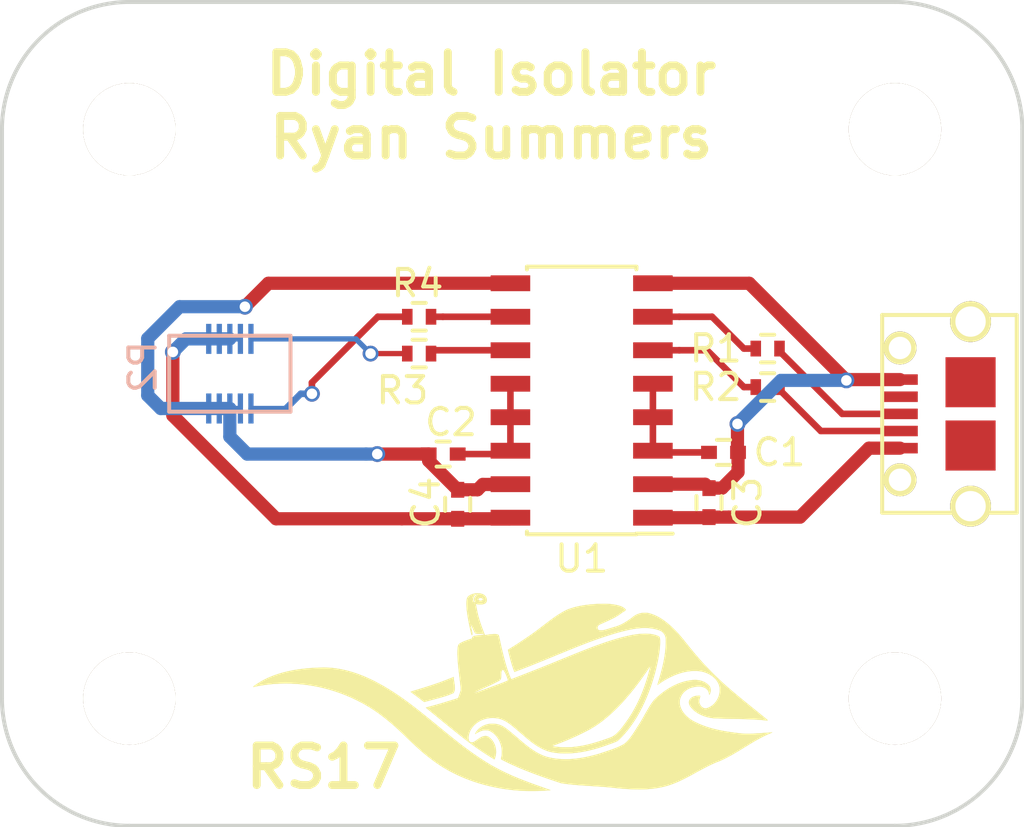
<source format=kicad_pcb>
(kicad_pcb (version 4) (host pcbnew 4.0.4+e1-6308~48~ubuntu14.04.1-stable)

  (general
    (links 32)
    (no_connects 0)
    (area 121.966667 121.974999 162.452 153.729)
    (thickness 1.6)
    (drawings 10)
    (tracks 93)
    (zones 0)
    (modules 16)
    (nets 15)
  )

  (page A4)
  (layers
    (0 F.Cu signal)
    (31 B.Cu signal)
    (32 B.Adhes user)
    (33 F.Adhes user)
    (34 B.Paste user)
    (35 F.Paste user)
    (36 B.SilkS user)
    (37 F.SilkS user)
    (38 B.Mask user)
    (39 F.Mask user)
    (40 Dwgs.User user)
    (41 Cmts.User user)
    (42 Eco1.User user)
    (43 Eco2.User user)
    (44 Edge.Cuts user)
    (45 Margin user)
    (46 B.CrtYd user)
    (47 F.CrtYd user)
    (48 B.Fab user hide)
    (49 F.Fab user hide)
  )

  (setup
    (last_trace_width 0.2)
    (trace_clearance 0.18)
    (zone_clearance 0.508)
    (zone_45_only no)
    (trace_min 0.2)
    (segment_width 0.2)
    (edge_width 0.15)
    (via_size 0.6)
    (via_drill 0.4)
    (via_min_size 0.4)
    (via_min_drill 0.3)
    (uvia_size 0.3)
    (uvia_drill 0.1)
    (uvias_allowed no)
    (uvia_min_size 0)
    (uvia_min_drill 0)
    (pcb_text_width 0.3)
    (pcb_text_size 1.5 1.5)
    (mod_edge_width 0.15)
    (mod_text_size 1 1)
    (mod_text_width 0.15)
    (pad_size 1.524 1.524)
    (pad_drill 0.762)
    (pad_to_mask_clearance 0)
    (aux_axis_origin 0 0)
    (visible_elements FFFFFF7F)
    (pcbplotparams
      (layerselection 0x00030_80000001)
      (usegerberextensions false)
      (excludeedgelayer true)
      (linewidth 0.100000)
      (plotframeref false)
      (viasonmask false)
      (mode 1)
      (useauxorigin false)
      (hpglpennumber 1)
      (hpglpenspeed 20)
      (hpglpendiameter 15)
      (hpglpenoverlay 2)
      (psnegative false)
      (psa4output false)
      (plotreference true)
      (plotvalue true)
      (plotinvisibletext false)
      (padsonsilk false)
      (subtractmaskfromsilk false)
      (outputformat 1)
      (mirror false)
      (drillshape 1)
      (scaleselection 1)
      (outputdirectory ""))
  )

  (net 0 "")
  (net 1 /Vdd1)
  (net 2 GND)
  (net 3 /Vdd2)
  (net 4 GNDPWR)
  (net 5 /Vbus1)
  (net 6 +5V)
  (net 7 /USB-)
  (net 8 /USB+)
  (net 9 "Net-(R1-Pad1)")
  (net 10 "Net-(R2-Pad1)")
  (net 11 "Net-(R3-Pad2)")
  (net 12 "Net-(R4-Pad2)")
  (net 13 /USB_H+)
  (net 14 /USB_H-)

  (net_class Default "This is the default net class."
    (clearance 0.18)
    (trace_width 0.2)
    (via_dia 0.6)
    (via_drill 0.4)
    (uvia_dia 0.3)
    (uvia_drill 0.1)
    (add_net +5V)
    (add_net /USB+)
    (add_net /USB-)
    (add_net /USB_H+)
    (add_net /USB_H-)
    (add_net /Vbus1)
    (add_net /Vdd1)
    (add_net /Vdd2)
    (add_net GND)
    (add_net GNDPWR)
    (add_net "Net-(R1-Pad1)")
    (add_net "Net-(R2-Pad1)")
    (add_net "Net-(R3-Pad2)")
    (add_net "Net-(R4-Pad2)")
  )

  (net_class power ""
    (clearance 0.2)
    (trace_width 0.5)
    (via_dia 0.6)
    (via_drill 0.4)
    (uvia_dia 0.3)
    (uvia_drill 0.1)
  )

  (module Capacitors_SMD:C_0402 (layer F.Cu) (tedit 5415D599) (tstamp 58253918)
    (at 149.521 139.2555)
    (descr "Capacitor SMD 0402, reflow soldering, AVX (see smccp.pdf)")
    (tags "capacitor 0402")
    (path /5825391F)
    (attr smd)
    (fp_text reference C1 (at 2.117 0) (layer F.SilkS)
      (effects (font (size 1 1) (thickness 0.15)))
    )
    (fp_text value 100n (at 0 1.7) (layer F.Fab)
      (effects (font (size 1 1) (thickness 0.15)))
    )
    (fp_line (start -0.5 0.25) (end -0.5 -0.25) (layer F.Fab) (width 0.15))
    (fp_line (start 0.5 0.25) (end -0.5 0.25) (layer F.Fab) (width 0.15))
    (fp_line (start 0.5 -0.25) (end 0.5 0.25) (layer F.Fab) (width 0.15))
    (fp_line (start -0.5 -0.25) (end 0.5 -0.25) (layer F.Fab) (width 0.15))
    (fp_line (start -1.15 -0.6) (end 1.15 -0.6) (layer F.CrtYd) (width 0.05))
    (fp_line (start -1.15 0.6) (end 1.15 0.6) (layer F.CrtYd) (width 0.05))
    (fp_line (start -1.15 -0.6) (end -1.15 0.6) (layer F.CrtYd) (width 0.05))
    (fp_line (start 1.15 -0.6) (end 1.15 0.6) (layer F.CrtYd) (width 0.05))
    (fp_line (start 0.25 -0.475) (end -0.25 -0.475) (layer F.SilkS) (width 0.15))
    (fp_line (start -0.25 0.475) (end 0.25 0.475) (layer F.SilkS) (width 0.15))
    (pad 1 smd rect (at -0.55 0) (size 0.6 0.5) (layers F.Cu F.Paste F.Mask)
      (net 1 /Vdd1))
    (pad 2 smd rect (at 0.55 0) (size 0.6 0.5) (layers F.Cu F.Paste F.Mask)
      (net 2 GND))
    (model Capacitors_SMD.3dshapes/C_0402.wrl
      (at (xyz 0 0 0))
      (scale (xyz 1 1 1))
      (rotate (xyz 0 0 0))
    )
  )

  (module Capacitors_SMD:C_0402 (layer F.Cu) (tedit 5415D599) (tstamp 58253928)
    (at 138.896 139.319 180)
    (descr "Capacitor SMD 0402, reflow soldering, AVX (see smccp.pdf)")
    (tags "capacitor 0402")
    (path /58253814)
    (attr smd)
    (fp_text reference C2 (at -0.296 1.2065 180) (layer F.SilkS)
      (effects (font (size 1 1) (thickness 0.15)))
    )
    (fp_text value 100n (at 0 1.7 180) (layer F.Fab)
      (effects (font (size 1 1) (thickness 0.15)))
    )
    (fp_line (start -0.5 0.25) (end -0.5 -0.25) (layer F.Fab) (width 0.15))
    (fp_line (start 0.5 0.25) (end -0.5 0.25) (layer F.Fab) (width 0.15))
    (fp_line (start 0.5 -0.25) (end 0.5 0.25) (layer F.Fab) (width 0.15))
    (fp_line (start -0.5 -0.25) (end 0.5 -0.25) (layer F.Fab) (width 0.15))
    (fp_line (start -1.15 -0.6) (end 1.15 -0.6) (layer F.CrtYd) (width 0.05))
    (fp_line (start -1.15 0.6) (end 1.15 0.6) (layer F.CrtYd) (width 0.05))
    (fp_line (start -1.15 -0.6) (end -1.15 0.6) (layer F.CrtYd) (width 0.05))
    (fp_line (start 1.15 -0.6) (end 1.15 0.6) (layer F.CrtYd) (width 0.05))
    (fp_line (start 0.25 -0.475) (end -0.25 -0.475) (layer F.SilkS) (width 0.15))
    (fp_line (start -0.25 0.475) (end 0.25 0.475) (layer F.SilkS) (width 0.15))
    (pad 1 smd rect (at -0.55 0 180) (size 0.6 0.5) (layers F.Cu F.Paste F.Mask)
      (net 3 /Vdd2))
    (pad 2 smd rect (at 0.55 0 180) (size 0.6 0.5) (layers F.Cu F.Paste F.Mask)
      (net 4 GNDPWR))
    (model Capacitors_SMD.3dshapes/C_0402.wrl
      (at (xyz 0 0 0))
      (scale (xyz 1 1 1))
      (rotate (xyz 0 0 0))
    )
  )

  (module Capacitors_SMD:C_0402 (layer F.Cu) (tedit 5415D599) (tstamp 58253938)
    (at 148.971 141.1605 90)
    (descr "Capacitor SMD 0402, reflow soldering, AVX (see smccp.pdf)")
    (tags "capacitor 0402")
    (path /58254640)
    (attr smd)
    (fp_text reference C3 (at 0 1.4605 90) (layer F.SilkS)
      (effects (font (size 1 1) (thickness 0.15)))
    )
    (fp_text value 100n (at 0 1.7 90) (layer F.Fab)
      (effects (font (size 1 1) (thickness 0.15)))
    )
    (fp_line (start -0.5 0.25) (end -0.5 -0.25) (layer F.Fab) (width 0.15))
    (fp_line (start 0.5 0.25) (end -0.5 0.25) (layer F.Fab) (width 0.15))
    (fp_line (start 0.5 -0.25) (end 0.5 0.25) (layer F.Fab) (width 0.15))
    (fp_line (start -0.5 -0.25) (end 0.5 -0.25) (layer F.Fab) (width 0.15))
    (fp_line (start -1.15 -0.6) (end 1.15 -0.6) (layer F.CrtYd) (width 0.05))
    (fp_line (start -1.15 0.6) (end 1.15 0.6) (layer F.CrtYd) (width 0.05))
    (fp_line (start -1.15 -0.6) (end -1.15 0.6) (layer F.CrtYd) (width 0.05))
    (fp_line (start 1.15 -0.6) (end 1.15 0.6) (layer F.CrtYd) (width 0.05))
    (fp_line (start 0.25 -0.475) (end -0.25 -0.475) (layer F.SilkS) (width 0.15))
    (fp_line (start -0.25 0.475) (end 0.25 0.475) (layer F.SilkS) (width 0.15))
    (pad 1 smd rect (at -0.55 0 90) (size 0.6 0.5) (layers F.Cu F.Paste F.Mask)
      (net 5 /Vbus1))
    (pad 2 smd rect (at 0.55 0 90) (size 0.6 0.5) (layers F.Cu F.Paste F.Mask)
      (net 2 GND))
    (model Capacitors_SMD.3dshapes/C_0402.wrl
      (at (xyz 0 0 0))
      (scale (xyz 1 1 1))
      (rotate (xyz 0 0 0))
    )
  )

  (module robosub_footprints:USB-Micro-B-TH (layer F.Cu) (tedit 58254478) (tstamp 5825394B)
    (at 155.535 137.795 90)
    (path /58253306)
    (fp_text reference P1 (at -2.794 -1.016 90) (layer F.SilkS) hide
      (effects (font (size 1 1) (thickness 0.15)))
    )
    (fp_text value USB_OTG (at -0.254 5.842 90) (layer F.Fab)
      (effects (font (size 1 1) (thickness 0.15)))
    )
    (fp_line (start 3.75 5.1) (end -3.75 5.1) (layer F.SilkS) (width 0.15))
    (fp_line (start 3.75 0) (end 3.75 5.1) (layer F.SilkS) (width 0.15))
    (fp_line (start 3.75 0) (end -3.75 0) (layer F.SilkS) (width 0.15))
    (fp_line (start -3.75 0) (end -3.75 5.1) (layer F.SilkS) (width 0.15))
    (pad 3 smd rect (at 0 0.675 90) (size 0.4 1.35) (layers F.Cu F.Paste F.Mask)
      (net 13 /USB_H+))
    (pad 2 smd rect (at -0.65 0.675 90) (size 0.4 1.35) (layers F.Cu F.Paste F.Mask)
      (net 14 /USB_H-))
    (pad 4 smd rect (at 0.65 0.675 90) (size 0.4 1.35) (layers F.Cu F.Paste F.Mask))
    (pad 5 smd rect (at 1.3 0.675 90) (size 0.4 1.35) (layers F.Cu F.Paste F.Mask)
      (net 2 GND))
    (pad 1 smd rect (at -1.3 0.675 90) (size 0.4 1.35) (layers F.Cu F.Paste F.Mask)
      (net 5 /Vbus1))
    (pad "" smd rect (at 1.2 3.35 90) (size 1.9 1.9) (layers F.Cu F.Paste F.Mask))
    (pad "" smd rect (at -1.2 3.35 90) (size 1.9 1.9) (layers F.Cu F.Paste F.Mask))
    (pad "" thru_hole circle (at -2.5 0.675 90) (size 1.25 1.25) (drill 0.85) (layers *.Cu *.Mask F.SilkS))
    (pad "" thru_hole circle (at 2.5 0.675 90) (size 1.25 1.25) (drill 0.85) (layers *.Cu *.Mask F.SilkS))
    (pad "" thru_hole circle (at -3.5 3.35 90) (size 1.55 1.55) (drill 1.15) (layers *.Cu *.Mask F.SilkS))
    (pad "" thru_hole circle (at 3.5 3.35 90) (size 1.55 1.55) (drill 1.15) (layers *.Cu *.Mask F.SilkS))
    (model ../../../../../../home/ryan/repositories/pcbs/lib/3d-parts/microUSB-TH.wrl
      (at (xyz 0 -0.12 0.06))
      (scale (xyz 400 400 400))
      (rotate (xyz -90 0 0))
    )
  )

  (module Resistors_SMD:R_0402 (layer F.Cu) (tedit 5415CBB8) (tstamp 58253969)
    (at 151.1935 135.3185)
    (descr "Resistor SMD 0402, reflow soldering, Vishay (see dcrcw.pdf)")
    (tags "resistor 0402")
    (path /5825399B)
    (attr smd)
    (fp_text reference R1 (at -1.9685 0) (layer F.SilkS)
      (effects (font (size 1 1) (thickness 0.15)))
    )
    (fp_text value 24/1% (at 0 1.8) (layer F.Fab)
      (effects (font (size 1 1) (thickness 0.15)))
    )
    (fp_line (start -0.95 -0.65) (end 0.95 -0.65) (layer F.CrtYd) (width 0.05))
    (fp_line (start -0.95 0.65) (end 0.95 0.65) (layer F.CrtYd) (width 0.05))
    (fp_line (start -0.95 -0.65) (end -0.95 0.65) (layer F.CrtYd) (width 0.05))
    (fp_line (start 0.95 -0.65) (end 0.95 0.65) (layer F.CrtYd) (width 0.05))
    (fp_line (start 0.25 -0.525) (end -0.25 -0.525) (layer F.SilkS) (width 0.15))
    (fp_line (start -0.25 0.525) (end 0.25 0.525) (layer F.SilkS) (width 0.15))
    (pad 1 smd rect (at -0.45 0) (size 0.4 0.6) (layers F.Cu F.Paste F.Mask)
      (net 9 "Net-(R1-Pad1)"))
    (pad 2 smd rect (at 0.45 0) (size 0.4 0.6) (layers F.Cu F.Paste F.Mask)
      (net 13 /USB_H+))
    (model Resistors_SMD.3dshapes/R_0402.wrl
      (at (xyz 0 0 0))
      (scale (xyz 1 1 1))
      (rotate (xyz 0 0 0))
    )
  )

  (module Resistors_SMD:R_0402 (layer F.Cu) (tedit 5415CBB8) (tstamp 58253975)
    (at 151.1935 136.779)
    (descr "Resistor SMD 0402, reflow soldering, Vishay (see dcrcw.pdf)")
    (tags "resistor 0402")
    (path /5825C3F0)
    (attr smd)
    (fp_text reference R2 (at -1.9685 0) (layer F.SilkS)
      (effects (font (size 1 1) (thickness 0.15)))
    )
    (fp_text value 24/1% (at 0 1.8) (layer F.Fab)
      (effects (font (size 1 1) (thickness 0.15)))
    )
    (fp_line (start -0.95 -0.65) (end 0.95 -0.65) (layer F.CrtYd) (width 0.05))
    (fp_line (start -0.95 0.65) (end 0.95 0.65) (layer F.CrtYd) (width 0.05))
    (fp_line (start -0.95 -0.65) (end -0.95 0.65) (layer F.CrtYd) (width 0.05))
    (fp_line (start 0.95 -0.65) (end 0.95 0.65) (layer F.CrtYd) (width 0.05))
    (fp_line (start 0.25 -0.525) (end -0.25 -0.525) (layer F.SilkS) (width 0.15))
    (fp_line (start -0.25 0.525) (end 0.25 0.525) (layer F.SilkS) (width 0.15))
    (pad 1 smd rect (at -0.45 0) (size 0.4 0.6) (layers F.Cu F.Paste F.Mask)
      (net 10 "Net-(R2-Pad1)"))
    (pad 2 smd rect (at 0.45 0) (size 0.4 0.6) (layers F.Cu F.Paste F.Mask)
      (net 14 /USB_H-))
    (model Resistors_SMD.3dshapes/R_0402.wrl
      (at (xyz 0 0 0))
      (scale (xyz 1 1 1))
      (rotate (xyz 0 0 0))
    )
  )

  (module Resistors_SMD:R_0402 (layer F.Cu) (tedit 5415CBB8) (tstamp 58253981)
    (at 137.9855 135.509)
    (descr "Resistor SMD 0402, reflow soldering, Vishay (see dcrcw.pdf)")
    (tags "resistor 0402")
    (path /5825C43A)
    (attr smd)
    (fp_text reference R3 (at -0.635 1.397) (layer F.SilkS)
      (effects (font (size 1 1) (thickness 0.15)))
    )
    (fp_text value 24/1% (at 0 1.8) (layer F.Fab)
      (effects (font (size 1 1) (thickness 0.15)))
    )
    (fp_line (start -0.95 -0.65) (end 0.95 -0.65) (layer F.CrtYd) (width 0.05))
    (fp_line (start -0.95 0.65) (end 0.95 0.65) (layer F.CrtYd) (width 0.05))
    (fp_line (start -0.95 -0.65) (end -0.95 0.65) (layer F.CrtYd) (width 0.05))
    (fp_line (start 0.95 -0.65) (end 0.95 0.65) (layer F.CrtYd) (width 0.05))
    (fp_line (start 0.25 -0.525) (end -0.25 -0.525) (layer F.SilkS) (width 0.15))
    (fp_line (start -0.25 0.525) (end 0.25 0.525) (layer F.SilkS) (width 0.15))
    (pad 1 smd rect (at -0.45 0) (size 0.4 0.6) (layers F.Cu F.Paste F.Mask)
      (net 7 /USB-))
    (pad 2 smd rect (at 0.45 0) (size 0.4 0.6) (layers F.Cu F.Paste F.Mask)
      (net 11 "Net-(R3-Pad2)"))
    (model Resistors_SMD.3dshapes/R_0402.wrl
      (at (xyz 0 0 0))
      (scale (xyz 1 1 1))
      (rotate (xyz 0 0 0))
    )
  )

  (module Resistors_SMD:R_0402 (layer F.Cu) (tedit 5415CBB8) (tstamp 5825398D)
    (at 137.9855 134.112)
    (descr "Resistor SMD 0402, reflow soldering, Vishay (see dcrcw.pdf)")
    (tags "resistor 0402")
    (path /5825C5CA)
    (attr smd)
    (fp_text reference R4 (at -0.0635 -1.27) (layer F.SilkS)
      (effects (font (size 1 1) (thickness 0.15)))
    )
    (fp_text value 24/1% (at 0 1.8) (layer F.Fab)
      (effects (font (size 1 1) (thickness 0.15)))
    )
    (fp_line (start -0.95 -0.65) (end 0.95 -0.65) (layer F.CrtYd) (width 0.05))
    (fp_line (start -0.95 0.65) (end 0.95 0.65) (layer F.CrtYd) (width 0.05))
    (fp_line (start -0.95 -0.65) (end -0.95 0.65) (layer F.CrtYd) (width 0.05))
    (fp_line (start 0.95 -0.65) (end 0.95 0.65) (layer F.CrtYd) (width 0.05))
    (fp_line (start 0.25 -0.525) (end -0.25 -0.525) (layer F.SilkS) (width 0.15))
    (fp_line (start -0.25 0.525) (end 0.25 0.525) (layer F.SilkS) (width 0.15))
    (pad 1 smd rect (at -0.45 0) (size 0.4 0.6) (layers F.Cu F.Paste F.Mask)
      (net 8 /USB+))
    (pad 2 smd rect (at 0.45 0) (size 0.4 0.6) (layers F.Cu F.Paste F.Mask)
      (net 12 "Net-(R4-Pad2)"))
    (model Resistors_SMD.3dshapes/R_0402.wrl
      (at (xyz 0 0 0))
      (scale (xyz 1 1 1))
      (rotate (xyz 0 0 0))
    )
  )

  (module Housings_SOIC:SOIC-16_3.9x9.9mm_Pitch1.27mm (layer F.Cu) (tedit 574D979F) (tstamp 582539B1)
    (at 144.145 137.287 180)
    (descr "16-Lead Plastic Small Outline (SL) - Narrow, 3.90 mm Body [SOIC] (see Microchip Packaging Specification 00000049BS.pdf)")
    (tags "SOIC 1.27")
    (path /582533A7)
    (attr smd)
    (fp_text reference U1 (at 0 -6 180) (layer F.SilkS)
      (effects (font (size 1 1) (thickness 0.15)))
    )
    (fp_text value ADUM3160 (at 0 6 180) (layer F.Fab)
      (effects (font (size 1 1) (thickness 0.15)))
    )
    (fp_line (start -0.95 -4.95) (end 1.95 -4.95) (layer F.Fab) (width 0.15))
    (fp_line (start 1.95 -4.95) (end 1.95 4.95) (layer F.Fab) (width 0.15))
    (fp_line (start 1.95 4.95) (end -1.95 4.95) (layer F.Fab) (width 0.15))
    (fp_line (start -1.95 4.95) (end -1.95 -3.95) (layer F.Fab) (width 0.15))
    (fp_line (start -1.95 -3.95) (end -0.95 -4.95) (layer F.Fab) (width 0.15))
    (fp_line (start -3.7 -5.25) (end -3.7 5.25) (layer F.CrtYd) (width 0.05))
    (fp_line (start 3.7 -5.25) (end 3.7 5.25) (layer F.CrtYd) (width 0.05))
    (fp_line (start -3.7 -5.25) (end 3.7 -5.25) (layer F.CrtYd) (width 0.05))
    (fp_line (start -3.7 5.25) (end 3.7 5.25) (layer F.CrtYd) (width 0.05))
    (fp_line (start -2.075 -5.075) (end -2.075 -5.05) (layer F.SilkS) (width 0.15))
    (fp_line (start 2.075 -5.075) (end 2.075 -4.97) (layer F.SilkS) (width 0.15))
    (fp_line (start 2.075 5.075) (end 2.075 4.97) (layer F.SilkS) (width 0.15))
    (fp_line (start -2.075 5.075) (end -2.075 4.97) (layer F.SilkS) (width 0.15))
    (fp_line (start -2.075 -5.075) (end 2.075 -5.075) (layer F.SilkS) (width 0.15))
    (fp_line (start -2.075 5.075) (end 2.075 5.075) (layer F.SilkS) (width 0.15))
    (fp_line (start -2.075 -5.05) (end -3.45 -5.05) (layer F.SilkS) (width 0.15))
    (pad 1 smd rect (at -2.7 -4.445 180) (size 1.5 0.6) (layers F.Cu F.Paste F.Mask)
      (net 5 /Vbus1))
    (pad 2 smd rect (at -2.7 -3.175 180) (size 1.5 0.6) (layers F.Cu F.Paste F.Mask)
      (net 2 GND))
    (pad 3 smd rect (at -2.7 -1.905 180) (size 1.5 0.6) (layers F.Cu F.Paste F.Mask)
      (net 1 /Vdd1))
    (pad 4 smd rect (at -2.7 -0.635 180) (size 1.5 0.6) (layers F.Cu F.Paste F.Mask)
      (net 1 /Vdd1))
    (pad 5 smd rect (at -2.7 0.635 180) (size 1.5 0.6) (layers F.Cu F.Paste F.Mask)
      (net 1 /Vdd1))
    (pad 6 smd rect (at -2.7 1.905 180) (size 1.5 0.6) (layers F.Cu F.Paste F.Mask)
      (net 10 "Net-(R2-Pad1)"))
    (pad 7 smd rect (at -2.7 3.175 180) (size 1.5 0.6) (layers F.Cu F.Paste F.Mask)
      (net 9 "Net-(R1-Pad1)"))
    (pad 8 smd rect (at -2.7 4.445 180) (size 1.5 0.6) (layers F.Cu F.Paste F.Mask)
      (net 2 GND))
    (pad 9 smd rect (at 2.7 4.445 180) (size 1.5 0.6) (layers F.Cu F.Paste F.Mask)
      (net 4 GNDPWR))
    (pad 10 smd rect (at 2.7 3.175 180) (size 1.5 0.6) (layers F.Cu F.Paste F.Mask)
      (net 12 "Net-(R4-Pad2)"))
    (pad 11 smd rect (at 2.7 1.905 180) (size 1.5 0.6) (layers F.Cu F.Paste F.Mask)
      (net 11 "Net-(R3-Pad2)"))
    (pad 12 smd rect (at 2.7 0.635 180) (size 1.5 0.6) (layers F.Cu F.Paste F.Mask)
      (net 3 /Vdd2))
    (pad 13 smd rect (at 2.7 -0.635 180) (size 1.5 0.6) (layers F.Cu F.Paste F.Mask)
      (net 3 /Vdd2))
    (pad 14 smd rect (at 2.7 -1.905 180) (size 1.5 0.6) (layers F.Cu F.Paste F.Mask)
      (net 3 /Vdd2))
    (pad 15 smd rect (at 2.7 -3.175 180) (size 1.5 0.6) (layers F.Cu F.Paste F.Mask)
      (net 4 GNDPWR))
    (pad 16 smd rect (at 2.7 -4.445 180) (size 1.5 0.6) (layers F.Cu F.Paste F.Mask)
      (net 6 +5V))
    (model Housings_SOIC.3dshapes/SOIC-16_3.9x9.9mm_Pitch1.27mm.wrl
      (at (xyz 0 0 0))
      (scale (xyz 1 1 1))
      (rotate (xyz 0 0 0))
    )
  )

  (module Capacitors_SMD:C_0402 (layer F.Cu) (tedit 5415D599) (tstamp 582539C1)
    (at 139.446 141.224 90)
    (descr "Capacitor SMD 0402, reflow soldering, AVX (see smccp.pdf)")
    (tags "capacitor 0402")
    (path /58253F45)
    (attr smd)
    (fp_text reference C4 (at 0.0635 -1.2065 90) (layer F.SilkS)
      (effects (font (size 1 1) (thickness 0.15)))
    )
    (fp_text value 100n (at 0 1.7 90) (layer F.Fab)
      (effects (font (size 1 1) (thickness 0.15)))
    )
    (fp_line (start -0.5 0.25) (end -0.5 -0.25) (layer F.Fab) (width 0.15))
    (fp_line (start 0.5 0.25) (end -0.5 0.25) (layer F.Fab) (width 0.15))
    (fp_line (start 0.5 -0.25) (end 0.5 0.25) (layer F.Fab) (width 0.15))
    (fp_line (start -0.5 -0.25) (end 0.5 -0.25) (layer F.Fab) (width 0.15))
    (fp_line (start -1.15 -0.6) (end 1.15 -0.6) (layer F.CrtYd) (width 0.05))
    (fp_line (start -1.15 0.6) (end 1.15 0.6) (layer F.CrtYd) (width 0.05))
    (fp_line (start -1.15 -0.6) (end -1.15 0.6) (layer F.CrtYd) (width 0.05))
    (fp_line (start 1.15 -0.6) (end 1.15 0.6) (layer F.CrtYd) (width 0.05))
    (fp_line (start 0.25 -0.475) (end -0.25 -0.475) (layer F.SilkS) (width 0.15))
    (fp_line (start -0.25 0.475) (end 0.25 0.475) (layer F.SilkS) (width 0.15))
    (pad 1 smd rect (at -0.55 0 90) (size 0.6 0.5) (layers F.Cu F.Paste F.Mask)
      (net 6 +5V))
    (pad 2 smd rect (at 0.55 0 90) (size 0.6 0.5) (layers F.Cu F.Paste F.Mask)
      (net 4 GNDPWR))
    (model Capacitors_SMD.3dshapes/C_0402.wrl
      (at (xyz 0 0 0))
      (scale (xyz 1 1 1))
      (rotate (xyz 0 0 0))
    )
  )

  (module robosub_footprints:1.5mm-spacer (layer F.Cu) (tedit 5826375E) (tstamp 58253ADF)
    (at 156.0195 127)
    (path /5825446D)
    (fp_text reference P4 (at -3.302 4.064) (layer F.SilkS) hide
      (effects (font (size 1 1) (thickness 0.15)))
    )
    (fp_text value CONN_01X01 (at 0 3.302) (layer F.Fab)
      (effects (font (size 1 1) (thickness 0.15)))
    )
    (fp_circle (center 0 0) (end 0 3.18) (layer Dwgs.User) (width 0.15))
    (fp_circle (center 0 0) (end 0 4.75) (layer Dwgs.User) (width 0.15))
    (pad "" thru_hole circle (at 0 0) (size 3.5 3.5) (drill 3.5) (layers *.Cu *.Mask F.SilkS))
    (model ../../../../../../home/ryan/repositories/pcbs/lib/3d-parts/spacer.wrl
      (at (xyz 0 0 0))
      (scale (xyz 0.4 0.4 0.4))
      (rotate (xyz 0 0 0))
    )
  )

  (module robosub_footprints:1.5mm-spacer (layer F.Cu) (tedit 58263763) (tstamp 58253AD8)
    (at 156.0195 148.59)
    (path /582540F2)
    (fp_text reference P3 (at -3.302 4.064) (layer F.SilkS) hide
      (effects (font (size 1 1) (thickness 0.15)))
    )
    (fp_text value CONN_01X01 (at 0 3.302) (layer F.Fab)
      (effects (font (size 1 1) (thickness 0.15)))
    )
    (fp_circle (center 0 0) (end 0 3.18) (layer Dwgs.User) (width 0.15))
    (fp_circle (center 0 0) (end 0 4.75) (layer Dwgs.User) (width 0.15))
    (pad "" thru_hole circle (at 0 0) (size 3.5 3.5) (drill 3.5) (layers *.Cu *.Mask F.SilkS))
    (model ../../../../../../home/ryan/repositories/pcbs/lib/3d-parts/spacer.wrl
      (at (xyz 0 0 0))
      (scale (xyz 0.4 0.4 0.4))
      (rotate (xyz 0 0 0))
    )
  )

  (module robosub_footprints:1.5mm-spacer (layer F.Cu) (tedit 58263761) (tstamp 58253AED)
    (at 127 148.59)
    (path /5825451A)
    (fp_text reference P6 (at -3.302 4.064) (layer F.SilkS) hide
      (effects (font (size 1 1) (thickness 0.15)))
    )
    (fp_text value CONN_01X01 (at 0 3.302) (layer F.Fab)
      (effects (font (size 1 1) (thickness 0.15)))
    )
    (fp_circle (center 0 0) (end 0 3.18) (layer Dwgs.User) (width 0.15))
    (fp_circle (center 0 0) (end 0 4.75) (layer Dwgs.User) (width 0.15))
    (pad "" thru_hole circle (at 0 0) (size 3.5 3.5) (drill 3.5) (layers *.Cu *.Mask F.SilkS))
    (model ../../../../../../home/ryan/repositories/pcbs/lib/3d-parts/spacer.wrl
      (at (xyz 0 0 0))
      (scale (xyz 0.4 0.4 0.4))
      (rotate (xyz 0 0 0))
    )
  )

  (module robosub_footprints:1.5mm-spacer (layer F.Cu) (tedit 5826375C) (tstamp 58253AE6)
    (at 127 127)
    (path /582544BA)
    (fp_text reference P5 (at -3.302 4.064) (layer F.SilkS) hide
      (effects (font (size 1 1) (thickness 0.15)))
    )
    (fp_text value CONN_01X01 (at 0 3.302) (layer F.Fab)
      (effects (font (size 1 1) (thickness 0.15)))
    )
    (fp_circle (center 0 0) (end 0 3.18) (layer Dwgs.User) (width 0.15))
    (fp_circle (center 0 0) (end 0 4.75) (layer Dwgs.User) (width 0.15))
    (pad "" thru_hole circle (at 0 0) (size 3.5 3.5) (drill 3.5) (layers *.Cu *.Mask F.SilkS))
    (model ../../../../../../home/ryan/repositories/pcbs/lib/3d-parts/spacer.wrl
      (at (xyz 0 0 0))
      (scale (xyz 0.4 0.4 0.4))
      (rotate (xyz 0 0 0))
    )
  )

  (module robosub_footprints:DF40C-10DS-Receptacle (layer B.Cu) (tedit 5824E180) (tstamp 5825395D)
    (at 130.81 136.271)
    (path /5825324B)
    (fp_text reference P2 (at -3.302 -0.254 270) (layer B.SilkS)
      (effects (font (size 1 1) (thickness 0.15)) (justify mirror))
    )
    (fp_text value CONN_02X05 (at -0.508 2.54) (layer B.Fab)
      (effects (font (size 1 1) (thickness 0.15)) (justify mirror))
    )
    (fp_line (start 2.3 -1.44) (end -2.3 -1.44) (layer B.SilkS) (width 0.15))
    (fp_line (start 2.3 1.44) (end -2.3 1.44) (layer B.SilkS) (width 0.15))
    (fp_line (start -2.3 -1.44) (end -2.3 1.44) (layer B.SilkS) (width 0.15))
    (fp_line (start 2.3 -1.44) (end 2.3 1.44) (layer B.SilkS) (width 0.15))
    (pad 1 smd rect (at -0.8 -1.32 270) (size 1.14 0.2) (layers B.Cu B.Paste B.Mask)
      (net 6 +5V))
    (pad 2 smd rect (at -0.8 1.32 270) (size 1.14 0.2) (layers B.Cu B.Paste B.Mask)
      (net 4 GNDPWR))
    (pad 3 smd rect (at -0.4 -1.32 270) (size 1.14 0.2) (layers B.Cu B.Paste B.Mask)
      (net 6 +5V))
    (pad 5 smd rect (at 0 -1.32 270) (size 1.14 0.2) (layers B.Cu B.Paste B.Mask)
      (net 6 +5V))
    (pad 7 smd rect (at 0.4 -1.32 270) (size 1.14 0.2) (layers B.Cu B.Paste B.Mask)
      (net 6 +5V))
    (pad 9 smd rect (at 0.8 -1.32 270) (size 1.14 0.2) (layers B.Cu B.Paste B.Mask)
      (net 7 /USB-))
    (pad 4 smd rect (at -0.4 1.32 270) (size 1.14 0.2) (layers B.Cu B.Paste B.Mask)
      (net 4 GNDPWR))
    (pad 6 smd rect (at 0 1.32 270) (size 1.14 0.2) (layers B.Cu B.Paste B.Mask)
      (net 4 GNDPWR))
    (pad 8 smd rect (at 0.4 1.32 270) (size 1.14 0.2) (layers B.Cu B.Paste B.Mask)
      (net 4 GNDPWR))
    (pad 10 smd rect (at 0.8 1.32 270) (size 1.14 0.2) (layers B.Cu B.Paste B.Mask)
      (net 8 /USB+))
    (model ../../../../../../home/ryan/repositories/pcbs/lib/3d-parts/df40c-10ds.wrl
      (at (xyz 0.035 0 0))
      (scale (xyz 0.4 0.4 0.4))
      (rotate (xyz -90 0 90))
    )
  )

  (module robosub_footprints:robosub_logo-large (layer F.Cu) (tedit 0) (tstamp 582650BD)
    (at 141.6685 148.59)
    (fp_text reference G*** (at 0 0) (layer F.SilkS) hide
      (effects (font (thickness 0.3)))
    )
    (fp_text value LOGO (at 0.75 0) (layer F.SilkS) hide
      (effects (font (thickness 0.3)))
    )
    (fp_poly (pts (xy -7.261044 -1.173558) (xy -7.216409 -1.173151) (xy -7.176417 -1.172342) (xy -7.139394 -1.171046)
      (xy -7.103663 -1.169181) (xy -7.067549 -1.166662) (xy -7.029374 -1.163407) (xy -6.987463 -1.15933)
      (xy -6.953069 -1.155737) (xy -6.798723 -1.135898) (xy -6.643232 -1.109171) (xy -6.486482 -1.075507)
      (xy -6.328358 -1.034861) (xy -6.168746 -0.987184) (xy -6.00753 -0.93243) (xy -5.844595 -0.870552)
      (xy -5.679828 -0.801502) (xy -5.513113 -0.725234) (xy -5.344336 -0.641699) (xy -5.173382 -0.550852)
      (xy -5.000137 -0.452644) (xy -4.824485 -0.347029) (xy -4.646312 -0.23396) (xy -4.54 -0.16376)
      (xy -4.473866 -0.119145) (xy -4.408044 -0.074063) (xy -4.34216 -0.028229) (xy -4.275843 0.018641)
      (xy -4.208721 0.066833) (xy -4.140419 0.116631) (xy -4.070568 0.168321) (xy -3.998793 0.222186)
      (xy -3.924722 0.278513) (xy -3.847983 0.337585) (xy -3.768204 0.399689) (xy -3.685012 0.465108)
      (xy -3.598035 0.534128) (xy -3.506899 0.607033) (xy -3.411234 0.684109) (xy -3.310665 0.76564)
      (xy -3.204821 0.851911) (xy -3.1 0.937735) (xy -3.00952 1.011928) (xy -2.924831 1.081296)
      (xy -2.845576 1.146127) (xy -2.771393 1.20671) (xy -2.701924 1.263332) (xy -2.636809 1.316283)
      (xy -2.575688 1.36585) (xy -2.518201 1.412322) (xy -2.463989 1.455987) (xy -2.412692 1.497134)
      (xy -2.36395 1.536051) (xy -2.317403 1.573027) (xy -2.272692 1.608349) (xy -2.229457 1.642306)
      (xy -2.187339 1.675187) (xy -2.145977 1.70728) (xy -2.105012 1.738873) (xy -2.064084 1.770255)
      (xy -2.022834 1.801713) (xy -2.012 1.809949) (xy -1.885049 1.905148) (xy -1.75763 1.998236)
      (xy -1.630439 2.088745) (xy -1.504173 2.176209) (xy -1.37953 2.26016) (xy -1.257207 2.34013)
      (xy -1.1379 2.415652) (xy -1.022306 2.486258) (xy -0.911122 2.551481) (xy -0.88 2.569211)
      (xy -0.786719 2.620795) (xy -0.68703 2.67369) (xy -0.582278 2.727222) (xy -0.473806 2.780721)
      (xy -0.362959 2.833516) (xy -0.25108 2.884933) (xy -0.223726 2.897217) (xy -0.137439 2.935197)
      (xy -0.046941 2.973869) (xy 0.048098 3.01336) (xy 0.148007 3.053796) (xy 0.253115 3.095303)
      (xy 0.363753 3.138007) (xy 0.480248 3.182034) (xy 0.60293 3.227512) (xy 0.732129 3.274564)
      (xy 0.868175 3.323319) (xy 1.011395 3.373902) (xy 1.116 3.410432) (xy 1.150846 3.42255)
      (xy 1.183459 3.433895) (xy 1.213041 3.444188) (xy 1.238793 3.453153) (xy 1.259918 3.460511)
      (xy 1.275618 3.465985) (xy 1.285097 3.469297) (xy 1.287572 3.470169) (xy 1.291477 3.472956)
      (xy 1.291242 3.474091) (xy 1.28623 3.475429) (xy 1.274016 3.477113) (xy 1.25539 3.479086)
      (xy 1.231138 3.481295) (xy 1.202051 3.483685) (xy 1.168915 3.4862) (xy 1.132519 3.488786)
      (xy 1.093653 3.49139) (xy 1.053103 3.493955) (xy 1.01166 3.496427) (xy 0.97011 3.498751)
      (xy 0.929242 3.500874) (xy 0.889846 3.502739) (xy 0.86 3.504006) (xy 0.829138 3.504998)
      (xy 0.791569 3.505807) (xy 0.748582 3.506436) (xy 0.701466 3.506884) (xy 0.651511 3.507152)
      (xy 0.600008 3.507242) (xy 0.548247 3.507152) (xy 0.497516 3.506886) (xy 0.449106 3.506442)
      (xy 0.404307 3.505822) (xy 0.364409 3.505026) (xy 0.330701 3.504054) (xy 0.322 3.503729)
      (xy 0.097961 3.4913) (xy -0.124556 3.471964) (xy -0.345248 3.445803) (xy -0.563813 3.412897)
      (xy -0.779948 3.373328) (xy -0.99335 3.327177) (xy -1.203716 3.274524) (xy -1.410742 3.215451)
      (xy -1.614127 3.150037) (xy -1.813567 3.078365) (xy -2.00876 3.000515) (xy -2.199401 2.916568)
      (xy -2.38519 2.826605) (xy -2.56 2.733935) (xy -2.6526 2.681628) (xy -2.741593 2.629175)
      (xy -2.828195 2.575769) (xy -2.913619 2.520603) (xy -2.999079 2.462868) (xy -3.085791 2.401757)
      (xy -3.174968 2.336463) (xy -3.267824 2.266179) (xy -3.296 2.244448) (xy -3.344157 2.206941)
      (xy -3.390333 2.170488) (xy -3.435047 2.13463) (xy -3.478819 2.098908) (xy -3.522168 2.062861)
      (xy -3.565614 2.026029) (xy -3.609676 1.987953) (xy -3.654873 1.948173) (xy -3.701725 1.906229)
      (xy -3.750752 1.861662) (xy -3.802472 1.814011) (xy -3.857406 1.762816) (xy -3.916072 1.707619)
      (xy -3.97899 1.647958) (xy -4.04668 1.583375) (xy -4.093756 1.538277) (xy -4.163558 1.471379)
      (xy -4.228079 1.409689) (xy -4.287749 1.352819) (xy -4.343001 1.300377) (xy -4.394267 1.251973)
      (xy -4.441978 1.207217) (xy -4.486567 1.165718) (xy -4.528466 1.127087) (xy -4.568106 1.090933)
      (xy -4.60592 1.056866) (xy -4.642338 1.024495) (xy -4.677794 0.993431) (xy -4.712719 0.963283)
      (xy -4.747545 0.93366) (xy -4.782704 0.904172) (xy -4.818628 0.87443) (xy -4.855748 0.844043)
      (xy -4.894497 0.81262) (xy -4.916 0.795285) (xy -5.039476 0.69779) (xy -5.160011 0.606509)
      (xy -5.278692 0.520743) (xy -5.396605 0.439791) (xy -5.514833 0.362954) (xy -5.634462 0.289532)
      (xy -5.756578 0.218826) (xy -5.882266 0.150135) (xy -6.012611 0.08276) (xy -6.05 0.06408)
      (xy -6.24818 -0.029849) (xy -6.449086 -0.116429) (xy -6.652488 -0.195615) (xy -6.858154 -0.267361)
      (xy -7.065852 -0.331622) (xy -7.27535 -0.388351) (xy -7.486415 -0.437504) (xy -7.698817 -0.479034)
      (xy -7.912323 -0.512895) (xy -8.126702 -0.539043) (xy -8.341721 -0.557431) (xy -8.557149 -0.568014)
      (xy -8.772754 -0.570745) (xy -8.988303 -0.56558) (xy -9.186 -0.553842) (xy -9.356537 -0.538091)
      (xy -9.527748 -0.516962) (xy -9.697133 -0.4908) (xy -9.854113 -0.461592) (xy -9.887651 -0.454824)
      (xy -9.914171 -0.449538) (xy -9.934491 -0.445601) (xy -9.949427 -0.442884) (xy -9.959799 -0.441257)
      (xy -9.966424 -0.440589) (xy -9.97012 -0.440749) (xy -9.971703 -0.441607) (xy -9.972001 -0.442778)
      (xy -9.968668 -0.448848) (xy -9.959015 -0.458678) (xy -9.943555 -0.471873) (xy -9.922804 -0.488038)
      (xy -9.897278 -0.506779) (xy -9.86749 -0.527699) (xy -9.833956 -0.550405) (xy -9.81746 -0.56131)
      (xy -9.694822 -0.637286) (xy -9.565979 -0.708329) (xy -9.431063 -0.774391) (xy -9.290206 -0.835423)
      (xy -9.143538 -0.891377) (xy -8.991193 -0.942205) (xy -8.8333 -0.987858) (xy -8.669991 -1.028287)
      (xy -8.501399 -1.063444) (xy -8.410964 -1.07975) (xy -8.263748 -1.10291) (xy -8.111218 -1.123098)
      (xy -7.955353 -1.140147) (xy -7.798134 -1.153887) (xy -7.641539 -1.164148) (xy -7.48755 -1.170763)
      (xy -7.338145 -1.173561) (xy -7.312 -1.173646) (xy -7.261044 -1.173558)) (layer F.SilkS) (width 0.01))
    (fp_poly (pts (xy 6.83964 -0.701523) (xy 6.915379 -0.692123) (xy 6.988567 -0.676261) (xy 7.058336 -0.654094)
      (xy 7.123812 -0.625776) (xy 7.136 -0.619555) (xy 7.170853 -0.599629) (xy 7.205302 -0.576846)
      (xy 7.238273 -0.552139) (xy 7.268693 -0.526441) (xy 7.295486 -0.500687) (xy 7.31758 -0.475808)
      (xy 7.333899 -0.452739) (xy 7.339189 -0.442957) (xy 7.355834 -0.39904) (xy 7.365201 -0.352717)
      (xy 7.367241 -0.305011) (xy 7.361904 -0.256943) (xy 7.350348 -0.213024) (xy 7.34284 -0.192798)
      (xy 7.334521 -0.173358) (xy 7.326408 -0.156907) (xy 7.319519 -0.145651) (xy 7.318869 -0.144811)
      (xy 7.314101 -0.142318) (xy 7.310355 -0.146759) (xy 7.308279 -0.15708) (xy 7.308061 -0.162488)
      (xy 7.306609 -0.17617) (xy 7.302766 -0.195074) (xy 7.297147 -0.217009) (xy 7.290369 -0.239786)
      (xy 7.283048 -0.261212) (xy 7.2758 -0.279097) (xy 7.274457 -0.281966) (xy 7.253273 -0.316963)
      (xy 7.22517 -0.349083) (xy 7.190854 -0.377875) (xy 7.151029 -0.402888) (xy 7.106402 -0.423671)
      (xy 7.057675 -0.439773) (xy 7.012295 -0.449658) (xy 6.985529 -0.452943) (xy 6.95326 -0.454984)
      (xy 6.917885 -0.455775) (xy 6.881804 -0.455311) (xy 6.847416 -0.453585) (xy 6.817121 -0.450593)
      (xy 6.813763 -0.450133) (xy 6.786898 -0.445797) (xy 6.756061 -0.439976) (xy 6.723199 -0.433113)
      (xy 6.690259 -0.42565) (xy 6.659188 -0.41803) (xy 6.631931 -0.410696) (xy 6.610437 -0.404092)
      (xy 6.60865 -0.403478) (xy 6.547927 -0.378538) (xy 6.489152 -0.346937) (xy 6.433377 -0.309492)
      (xy 6.381653 -0.267023) (xy 6.335032 -0.220349) (xy 6.294564 -0.170288) (xy 6.278082 -0.146)
      (xy 6.247645 -0.092079) (xy 6.22291 -0.035126) (xy 6.204677 0.022866) (xy 6.197801 0.054)
      (xy 6.193885 0.084475) (xy 6.192175 0.120161) (xy 6.192583 0.158604) (xy 6.19502 0.197348)
      (xy 6.199399 0.233941) (xy 6.205371 0.264867) (xy 6.226675 0.335784) (xy 6.255754 0.405092)
      (xy 6.292524 0.472665) (xy 6.336898 0.538376) (xy 6.388793 0.6021) (xy 6.448122 0.663712)
      (xy 6.514799 0.723085) (xy 6.518 0.725725) (xy 6.556789 0.756785) (xy 6.593668 0.784384)
      (xy 6.630261 0.809549) (xy 6.66819 0.833303) (xy 6.709081 0.856669) (xy 6.754556 0.880674)
      (xy 6.798 0.902329) (xy 6.893016 0.946955) (xy 6.989521 0.988702) (xy 7.088064 1.027719)
      (xy 7.189194 1.064153) (xy 7.29346 1.09815) (xy 7.40141 1.129857) (xy 7.513594 1.159422)
      (xy 7.63056 1.186992) (xy 7.752858 1.212713) (xy 7.881036 1.236733) (xy 8.015644 1.259198)
      (xy 8.15723 1.280256) (xy 8.262 1.294395) (xy 8.319598 1.301839) (xy 8.370232 1.308289)
      (xy 8.414868 1.313815) (xy 8.454471 1.318488) (xy 8.490007 1.322377) (xy 8.52244 1.325553)
      (xy 8.552735 1.328083) (xy 8.581859 1.33004) (xy 8.610777 1.331491) (xy 8.640453 1.332508)
      (xy 8.671854 1.33316) (xy 8.705944 1.333516) (xy 8.74369 1.333647) (xy 8.786055 1.333623)
      (xy 8.804 1.333586) (xy 8.840625 1.33347) (xy 8.874133 1.33327) (xy 8.905315 1.332949)
      (xy 8.934967 1.332471) (xy 8.96388 1.331796) (xy 8.992849 1.330889) (xy 9.022665 1.329711)
      (xy 9.054124 1.328225) (xy 9.088017 1.326394) (xy 9.125138 1.32418) (xy 9.166281 1.321546)
      (xy 9.212238 1.318455) (xy 9.263803 1.314868) (xy 9.32177 1.310749) (xy 9.386 1.306127)
      (xy 9.425819 1.303267) (xy 9.464698 1.300505) (xy 9.501596 1.297913) (xy 9.535473 1.295562)
      (xy 9.565289 1.293525) (xy 9.590003 1.291873) (xy 9.608576 1.290678) (xy 9.618 1.290116)
      (xy 9.638432 1.28888) (xy 9.658178 1.2875) (xy 9.674489 1.286176) (xy 9.682 1.285435)
      (xy 9.692144 1.284605) (xy 9.697244 1.285098) (xy 9.6969 1.287158) (xy 9.690711 1.291032)
      (xy 9.678276 1.296963) (xy 9.659196 1.305196) (xy 9.633069 1.315976) (xy 9.63 1.317226)
      (xy 9.538171 1.356187) (xy 9.4433 1.399651) (xy 9.34492 1.447858) (xy 9.242564 1.501043)
      (xy 9.135767 1.559445) (xy 9.024063 1.623303) (xy 8.984 1.646821) (xy 8.962845 1.659408)
      (xy 8.93575 1.675673) (xy 8.903583 1.695087) (xy 8.867211 1.717121) (xy 8.827499 1.741249)
      (xy 8.785314 1.766942) (xy 8.741523 1.793673) (xy 8.696993 1.820913) (xy 8.65259 1.848134)
      (xy 8.609181 1.87481) (xy 8.567632 1.900411) (xy 8.564 1.902653) (xy 8.455309 1.969179)
      (xy 8.352607 2.030854) (xy 8.255631 2.08782) (xy 8.164116 2.140217) (xy 8.0778 2.188188)
      (xy 7.99642 2.231873) (xy 7.919713 2.271413) (xy 7.847414 2.30695) (xy 7.779262 2.338625)
      (xy 7.714992 2.366578) (xy 7.654343 2.390952) (xy 7.65169 2.391968) (xy 7.603147 2.410912)
      (xy 7.554368 2.430747) (xy 7.504849 2.451723) (xy 7.454084 2.474088) (xy 7.401572 2.498091)
      (xy 7.346808 2.523983) (xy 7.289287 2.552013) (xy 7.228507 2.582429) (xy 7.163962 2.615481)
      (xy 7.09515 2.651418) (xy 7.021567 2.69049) (xy 6.942707 2.732945) (xy 6.858069 2.779034)
      (xy 6.767147 2.829004) (xy 6.758 2.834053) (xy 6.667467 2.883752) (xy 6.58306 2.929461)
      (xy 6.504155 2.971489) (xy 6.430131 3.010143) (xy 6.360363 3.04573) (xy 6.29423 3.078558)
      (xy 6.231107 3.108934) (xy 6.170374 3.137165) (xy 6.111405 3.16356) (xy 6.05358 3.188425)
      (xy 5.996274 3.212067) (xy 5.974 3.220996) (xy 5.854351 3.265574) (xy 5.732624 3.304891)
      (xy 5.608093 3.339105) (xy 5.480031 3.368373) (xy 5.347713 3.392855) (xy 5.210412 3.412707)
      (xy 5.067401 3.428089) (xy 4.996 3.433969) (xy 4.974605 3.435387) (xy 4.947822 3.436881)
      (xy 4.916786 3.438411) (xy 4.882632 3.439938) (xy 4.846496 3.441421) (xy 4.809512 3.442822)
      (xy 4.772816 3.444099) (xy 4.737543 3.445213) (xy 4.704829 3.446124) (xy 4.675808 3.446792)
      (xy 4.651616 3.447178) (xy 4.633389 3.447241) (xy 4.624 3.447039) (xy 4.613715 3.446694)
      (xy 4.597321 3.446289) (xy 4.576706 3.445864) (xy 4.55376 3.44546) (xy 4.542 3.445278)
      (xy 4.484941 3.444012) (xy 4.421768 3.441847) (xy 4.353795 3.438873) (xy 4.282338 3.435177)
      (xy 4.20871 3.43085) (xy 4.134228 3.42598) (xy 4.060204 3.420656) (xy 3.987955 3.414968)
      (xy 3.918795 3.409005) (xy 3.854038 3.402856) (xy 3.795 3.396609) (xy 3.756 3.392005)
      (xy 3.712965 3.386785) (xy 3.669235 3.38176) (xy 3.624282 3.376888) (xy 3.577578 3.372127)
      (xy 3.528595 3.367433) (xy 3.476805 3.362764) (xy 3.421681 3.358078) (xy 3.362695 3.353331)
      (xy 3.299319 3.348481) (xy 3.231024 3.343485) (xy 3.157284 3.338301) (xy 3.07757 3.332886)
      (xy 2.991354 3.327197) (xy 2.898109 3.321191) (xy 2.816 3.315999) (xy 2.711125 3.309313)
      (xy 2.613664 3.302882) (xy 2.523035 3.296653) (xy 2.438655 3.290574) (xy 2.359945 3.284593)
      (xy 2.286323 3.278658) (xy 2.217207 3.272717) (xy 2.152017 3.266719) (xy 2.09017 3.260611)
      (xy 2.031086 3.254342) (xy 1.974184 3.247859) (xy 1.918882 3.24111) (xy 1.864599 3.234044)
      (xy 1.810754 3.226608) (xy 1.802 3.225361) (xy 1.702 3.21105) (xy 1.452 3.127074)
      (xy 1.295642 3.074167) (xy 1.146596 3.022927) (xy 1.004391 2.973172) (xy 0.868555 2.924722)
      (xy 0.738616 2.877393) (xy 0.614103 2.831003) (xy 0.494544 2.785372) (xy 0.379469 2.740317)
      (xy 0.268405 2.695657) (xy 0.160881 2.651209) (xy 0.056426 2.606791) (xy -0.045433 2.562222)
      (xy -0.145165 2.51732) (xy -0.228 2.479045) (xy -0.256232 2.465723) (xy -0.287129 2.450927)
      (xy -0.319889 2.43506) (xy -0.353708 2.418524) (xy -0.387782 2.401723) (xy -0.421307 2.38506)
      (xy -0.453481 2.368939) (xy -0.483499 2.353762) (xy -0.510558 2.339932) (xy -0.533854 2.327854)
      (xy -0.552583 2.317929) (xy -0.565942 2.310561) (xy -0.573127 2.306154) (xy -0.573928 2.305501)
      (xy -0.578609 2.295654) (xy -0.579838 2.279676) (xy -0.577684 2.258618) (xy -0.572217 2.233531)
      (xy -0.568274 2.21984) (xy -0.563047 2.202711) (xy -0.559079 2.188552) (xy -0.556105 2.175658)
      (xy -0.553859 2.162322) (xy -0.552074 2.146838) (xy -0.550484 2.1275) (xy -0.548825 2.102601)
      (xy -0.548038 2.09) (xy -0.546564 2.009012) (xy -0.551975 1.928168) (xy -0.563996 1.848148)
      (xy -0.582356 1.769633) (xy -0.606783 1.693306) (xy -0.637002 1.619847) (xy -0.672742 1.549939)
      (xy -0.71373 1.484263) (xy -0.759694 1.423499) (xy -0.81036 1.368331) (xy -0.851911 1.330508)
      (xy -0.900808 1.292034) (xy -0.94743 1.2607) (xy -0.992391 1.236185) (xy -1.036302 1.218168)
      (xy -1.079775 1.206328) (xy -1.093521 1.203819) (xy -1.114596 1.201647) (xy -1.141133 1.200732)
      (xy -1.170707 1.200991) (xy -1.200893 1.202338) (xy -1.229267 1.204691) (xy -1.253404 1.207965)
      (xy -1.262 1.209663) (xy -1.310173 1.222866) (xy -1.361402 1.24119) (xy -1.413525 1.263688)
      (xy -1.464379 1.289418) (xy -1.511801 1.317434) (xy -1.518 1.321456) (xy -1.533532 1.331298)
      (xy -1.546474 1.338819) (xy -1.555499 1.343297) (xy -1.559282 1.344008) (xy -1.5593 1.343966)
      (xy -1.5582 1.338387) (xy -1.553763 1.327482) (xy -1.546774 1.312779) (xy -1.538017 1.295809)
      (xy -1.528279 1.278101) (xy -1.518344 1.261185) (xy -1.510311 1.248541) (xy -1.472422 1.198662)
      (xy -1.427861 1.152237) (xy -1.377357 1.109687) (xy -1.321642 1.071434) (xy -1.261445 1.037898)
      (xy -1.197498 1.009502) (xy -1.13053 0.986666) (xy -1.061272 0.969812) (xy -1.013695 0.962043)
      (xy -0.961297 0.957313) (xy -0.904686 0.955993) (xy -0.84662 0.957971) (xy -0.789853 0.963135)
      (xy -0.737144 0.971376) (xy -0.726 0.973669) (xy -0.658252 0.991618) (xy -0.59132 1.015709)
      (xy -0.527237 1.0451) (xy -0.46804 1.078944) (xy -0.460498 1.083833) (xy -0.42747 1.106467)
      (xy -0.388951 1.134491) (xy -0.345178 1.167711) (xy -0.29639 1.205935) (xy -0.242825 1.248971)
      (xy -0.184723 1.296625) (xy -0.122322 1.348704) (xy -0.055861 1.405016) (xy 0.014423 1.465369)
      (xy 0.052 1.497935) (xy 0.124261 1.560415) (xy 0.191356 1.61771) (xy 0.253819 1.670244)
      (xy 0.312188 1.718441) (xy 0.366997 1.762727) (xy 0.418783 1.803527) (xy 0.468082 1.841265)
      (xy 0.515428 1.876367) (xy 0.561359 1.909256) (xy 0.60641 1.940359) (xy 0.63 1.956188)
      (xy 0.71186 2.008364) (xy 0.793917 2.056328) (xy 0.875372 2.0997) (xy 0.955427 2.138097)
      (xy 1.033284 2.171138) (xy 1.108145 2.198441) (xy 1.179212 2.219625) (xy 1.182841 2.220566)
      (xy 1.31405 2.25059) (xy 1.448066 2.273879) (xy 1.585155 2.290449) (xy 1.725583 2.300317)
      (xy 1.869614 2.303501) (xy 2.017516 2.300015) (xy 2.169553 2.289879) (xy 2.214 2.285742)
      (xy 2.351199 2.269577) (xy 2.493386 2.24774) (xy 2.64002 2.220339) (xy 2.790561 2.187486)
      (xy 2.94447 2.149289) (xy 3.101204 2.10586) (xy 3.109741 2.103367) (xy 3.13299 2.096356)
      (xy 3.162768 2.087052) (xy 3.198049 2.075798) (xy 3.23781 2.062937) (xy 3.281023 2.048811)
      (xy 3.326666 2.033764) (xy 3.373712 2.018137) (xy 3.421137 2.002273) (xy 3.467916 1.986515)
      (xy 3.513023 1.971206) (xy 3.555434 1.956688) (xy 3.594124 1.943304) (xy 3.628068 1.931396)
      (xy 3.65624 1.921307) (xy 3.674 1.914751) (xy 3.74504 1.887292) (xy 3.811917 1.860055)
      (xy 3.874167 1.833266) (xy 3.931331 1.807148) (xy 3.982946 1.781924) (xy 4.028551 1.757819)
      (xy 4.067686 1.735055) (xy 4.099889 1.713857) (xy 4.12 1.698468) (xy 4.154648 1.668278)
      (xy 4.188996 1.635595) (xy 4.223413 1.599946) (xy 4.258267 1.560855) (xy 4.293927 1.517847)
      (xy 4.330762 1.470449) (xy 4.369141 1.418184) (xy 4.409432 1.360579) (xy 4.452005 1.297159)
      (xy 4.497227 1.227449) (xy 4.545469 1.150974) (xy 4.546077 1.15) (xy 4.565609 1.118729)
      (xy 4.586539 1.085353) (xy 4.607747 1.051648) (xy 4.628113 1.019389) (xy 4.646519 0.990352)
      (xy 4.661846 0.966312) (xy 4.662046 0.966) (xy 4.68125 0.935809) (xy 4.699406 0.906792)
      (xy 4.717127 0.87791) (xy 4.735026 0.848123) (xy 4.753713 0.816394) (xy 4.773802 0.781684)
      (xy 4.795904 0.742955) (xy 4.820632 0.699168) (xy 4.845961 0.654) (xy 4.884826 0.584747)
      (xy 4.920319 0.522016) (xy 4.952784 0.465245) (xy 4.982568 0.413871) (xy 5.010016 0.367334)
      (xy 5.035473 0.325071) (xy 5.059285 0.286519) (xy 5.081796 0.251118) (xy 5.103354 0.218305)
      (xy 5.124301 0.187518) (xy 5.144986 0.158195) (xy 5.165751 0.129775) (xy 5.179092 0.112)
      (xy 5.197135 0.088655) (xy 5.214148 0.067801) (xy 5.231311 0.04819) (xy 5.249806 0.028573)
      (xy 5.270811 0.007703) (xy 5.295507 -0.015668) (xy 5.325074 -0.042787) (xy 5.328 -0.045441)
      (xy 5.438856 -0.141574) (xy 5.551258 -0.230435) (xy 5.665064 -0.311957) (xy 5.780133 -0.386069)
      (xy 5.896323 -0.452704) (xy 6.013491 -0.511794) (xy 6.131495 -0.563269) (xy 6.250194 -0.607061)
      (xy 6.369446 -0.643101) (xy 6.489108 -0.671322) (xy 6.609039 -0.691654) (xy 6.684 -0.700319)
      (xy 6.762224 -0.704307) (xy 6.83964 -0.701523)) (layer F.SilkS) (width 0.01))
    (fp_poly (pts (xy -1.399592 -3.987745) (xy -1.346102 -3.978704) (xy -1.296033 -3.964349) (xy -1.250511 -3.944611)
      (xy -1.244 -3.941102) (xy -1.220927 -3.925824) (xy -1.19751 -3.905998) (xy -1.175664 -3.883585)
      (xy -1.157304 -3.860548) (xy -1.144434 -3.839041) (xy -1.130847 -3.803097) (xy -1.122904 -3.765395)
      (xy -1.120877 -3.728049) (xy -1.125038 -3.693174) (xy -1.125442 -3.691411) (xy -1.135718 -3.661588)
      (xy -1.151647 -3.636272) (xy -1.173608 -3.615147) (xy -1.201978 -3.597899) (xy -1.237134 -3.584212)
      (xy -1.262 -3.577495) (xy -1.283978 -3.573829) (xy -1.312013 -3.571411) (xy -1.344261 -3.570228)
      (xy -1.378881 -3.570266) (xy -1.414028 -3.571514) (xy -1.447859 -3.573956) (xy -1.478533 -3.577581)
      (xy -1.488 -3.579096) (xy -1.506076 -3.582163) (xy -1.520947 -3.584571) (xy -1.531038 -3.586072)
      (xy -1.534764 -3.586431) (xy -1.534704 -3.582043) (xy -1.53312 -3.570679) (xy -1.530185 -3.553182)
      (xy -1.526067 -3.530397) (xy -1.520936 -3.503165) (xy -1.514963 -3.472331) (xy -1.508317 -3.438737)
      (xy -1.501169 -3.403226) (xy -1.493688 -3.366643) (xy -1.486044 -3.32983) (xy -1.478408 -3.29363)
      (xy -1.470949 -3.258886) (xy -1.463838 -3.226443) (xy -1.457243 -3.197142) (xy -1.451337 -3.171828)
      (xy -1.450418 -3.168) (xy -1.427457 -3.079195) (xy -1.399883 -2.983966) (xy -1.367726 -2.882405)
      (xy -1.331013 -2.774602) (xy -1.293983 -2.672) (xy -1.280122 -2.634746) (xy -1.266193 -2.597727)
      (xy -1.252505 -2.561726) (xy -1.239364 -2.527527) (xy -1.227077 -2.495911) (xy -1.21595 -2.467661)
      (xy -1.206289 -2.443561) (xy -1.198403 -2.424392) (xy -1.192597 -2.410937) (xy -1.189178 -2.40398)
      (xy -1.188686 -2.403298) (xy -1.183883 -2.402881) (xy -1.172984 -2.403858) (xy -1.15773 -2.40603)
      (xy -1.144 -2.408412) (xy -1.083458 -2.418896) (xy -1.024439 -2.427598) (xy -0.967749 -2.434464)
      (xy -0.914196 -2.439438) (xy -0.864586 -2.442468) (xy -0.819728 -2.443498) (xy -0.780427 -2.442476)
      (xy -0.747491 -2.439346) (xy -0.73 -2.436184) (xy -0.707667 -2.429365) (xy -0.688266 -2.420122)
      (xy -0.673668 -2.409482) (xy -0.667285 -2.401712) (xy -0.665031 -2.395395) (xy -0.66137 -2.382112)
      (xy -0.656508 -2.362736) (xy -0.650651 -2.338138) (xy -0.644002 -2.309187) (xy -0.636767 -2.276756)
      (xy -0.629151 -2.241716) (xy -0.624525 -2.22) (xy -0.589955 -2.05964) (xy -0.555703 -1.907185)
      (xy -0.521744 -1.762552) (xy -0.488056 -1.625653) (xy -0.454612 -1.496404) (xy -0.42139 -1.374717)
      (xy -0.388365 -1.260508) (xy -0.355511 -1.153689) (xy -0.322806 -1.054176) (xy -0.290225 -0.961883)
      (xy -0.257743 -0.876722) (xy -0.225337 -0.79861) (xy -0.217046 -0.779727) (xy -0.194708 -0.729454)
      (xy 0.097646 -0.842234) (xy 0.208582 -0.885115) (xy 0.317696 -0.927472) (xy 0.425656 -0.96957)
      (xy 0.53313 -1.011677) (xy 0.640785 -1.054058) (xy 0.74929 -1.096981) (xy 0.859313 -1.140711)
      (xy 0.971522 -1.185517) (xy 1.086585 -1.231663) (xy 1.122186 -1.246) (xy 5.084 -1.246)
      (xy 5.086 -1.244) (xy 5.088 -1.246) (xy 5.086 -1.248) (xy 5.084 -1.246)
      (xy 1.122186 -1.246) (xy 1.20517 -1.279418) (xy 1.327945 -1.329046) (xy 1.455578 -1.380816)
      (xy 1.588737 -1.434994) (xy 1.728091 -1.491846) (xy 1.836 -1.53596) (xy 1.949019 -1.582149)
      (xy 2.055144 -1.625405) (xy 2.154848 -1.665913) (xy 2.248607 -1.703856) (xy 2.336893 -1.739419)
      (xy 2.42018 -1.772787) (xy 2.498942 -1.804142) (xy 2.573653 -1.833671) (xy 2.644786 -1.861556)
      (xy 2.712816 -1.887983) (xy 2.778216 -1.913134) (xy 2.841459 -1.937196) (xy 2.903021 -1.960351)
      (xy 2.963374 -1.982785) (xy 3.022992 -2.004681) (xy 3.08235 -2.026223) (xy 3.14192 -2.047596)
      (xy 3.202178 -2.068985) (xy 3.25 -2.08581) (xy 3.412093 -2.141489) (xy 3.567754 -2.1926)
      (xy 3.717104 -2.23916) (xy 3.860266 -2.281186) (xy 3.997362 -2.318697) (xy 4.128514 -2.35171)
      (xy 4.253846 -2.380242) (xy 4.373478 -2.404311) (xy 4.487534 -2.423935) (xy 4.596136 -2.43913)
      (xy 4.699406 -2.449915) (xy 4.797467 -2.456306) (xy 4.89044 -2.458322) (xy 4.978449 -2.455981)
      (xy 5.061615 -2.449298) (xy 5.140061 -2.438293) (xy 5.213909 -2.422982) (xy 5.283281 -2.403383)
      (xy 5.336 -2.384486) (xy 5.365865 -2.372155) (xy 5.38884 -2.361382) (xy 5.405769 -2.351682)
      (xy 5.417496 -2.342567) (xy 5.424864 -2.333552) (xy 5.425114 -2.333129) (xy 5.429211 -2.323592)
      (xy 5.434011 -2.308675) (xy 5.438754 -2.290864) (xy 5.440979 -2.281129) (xy 5.443629 -2.26787)
      (xy 5.445666 -2.255015) (xy 5.447166 -2.241242) (xy 5.448208 -2.225227) (xy 5.448868 -2.205649)
      (xy 5.449226 -2.181182) (xy 5.449357 -2.150505) (xy 5.449363 -2.138) (xy 5.447519 -2.054913)
      (xy 5.442014 -1.964859) (xy 5.432867 -1.867977) (xy 5.420094 -1.764407) (xy 5.403715 -1.654285)
      (xy 5.383747 -1.537751) (xy 5.360208 -1.414941) (xy 5.346221 -1.347023) (xy 5.302488 -1.153168)
      (xy 5.25316 -0.959874) (xy 5.198489 -0.767803) (xy 5.138728 -0.57762) (xy 5.074129 -0.389985)
      (xy 5.004944 -0.205562) (xy 4.931425 -0.025013) (xy 4.853825 0.150999) (xy 4.772397 0.321812)
      (xy 4.687391 0.486763) (xy 4.599062 0.64519) (xy 4.566796 0.7) (xy 4.496082 0.814502)
      (xy 4.422273 0.926559) (xy 4.345936 1.035444) (xy 4.267638 1.140431) (xy 4.187948 1.240795)
      (xy 4.107433 1.335809) (xy 4.026661 1.424748) (xy 3.946201 1.506886) (xy 3.903794 1.547491)
      (xy 3.882838 1.566991) (xy 3.865347 1.582786) (xy 3.850027 1.595676) (xy 3.835582 1.606459)
      (xy 3.820715 1.615933) (xy 3.804131 1.624898) (xy 3.784534 1.634151) (xy 3.760629 1.644491)
      (xy 3.731119 1.656716) (xy 3.717535 1.662281) (xy 3.69025 1.673139) (xy 3.656407 1.686102)
      (xy 3.617059 1.700802) (xy 3.573256 1.716867) (xy 3.526047 1.73393) (xy 3.476486 1.75162)
      (xy 3.425621 1.769567) (xy 3.374504 1.787402) (xy 3.324185 1.804756) (xy 3.275716 1.821259)
      (xy 3.230146 1.836541) (xy 3.188527 1.850233) (xy 3.15191 1.861964) (xy 3.134 1.867535)
      (xy 2.959281 1.918339) (xy 2.78869 1.962308) (xy 2.622201 1.999443) (xy 2.459788 2.029747)
      (xy 2.301426 2.053222) (xy 2.14709 2.069869) (xy 1.996754 2.079692) (xy 1.850394 2.082692)
      (xy 1.707984 2.078872) (xy 1.569499 2.068234) (xy 1.434914 2.050781) (xy 1.311918 2.028157)
      (xy 1.240095 2.01009) (xy 1.164643 1.985588) (xy 1.086239 1.954958) (xy 1.00556 1.918508)
      (xy 0.923285 1.876545) (xy 0.840089 1.829377) (xy 0.794575 1.800974) (xy 1.36294 1.800974)
      (xy 1.369003 1.804049) (xy 1.381355 1.807691) (xy 1.399164 1.811756) (xy 1.421598 1.816103)
      (xy 1.447825 1.820588) (xy 1.477011 1.82507) (xy 1.508325 1.829406) (xy 1.540933 1.833452)
      (xy 1.574004 1.837068) (xy 1.606 1.84005) (xy 1.633458 1.842373) (xy 1.659275 1.844567)
      (xy 1.682031 1.84651) (xy 1.700307 1.848083) (xy 1.712682 1.849162) (xy 1.716 1.849459)
      (xy 1.72381 1.849783) (xy 1.738679 1.850027) (xy 1.759665 1.850188) (xy 1.785826 1.850266)
      (xy 1.816222 1.850259) (xy 1.849909 1.850163) (xy 1.885949 1.849978) (xy 1.904 1.849855)
      (xy 1.951804 1.849419) (xy 1.992764 1.848842) (xy 2.028036 1.848082) (xy 2.058776 1.847094)
      (xy 2.086139 1.845836) (xy 2.111281 1.844266) (xy 2.135358 1.842339) (xy 2.15422 1.840555)
      (xy 2.25572 1.829137) (xy 2.356679 1.815241) (xy 2.457884 1.798684) (xy 2.560124 1.779281)
      (xy 2.664189 1.756851) (xy 2.770867 1.731209) (xy 2.880947 1.702174) (xy 2.995218 1.669561)
      (xy 3.114468 1.633187) (xy 3.239487 1.59287) (xy 3.282 1.578717) (xy 3.346011 1.557148)
      (xy 3.40276 1.537802) (xy 3.452625 1.520539) (xy 3.495987 1.505217) (xy 3.533225 1.491698)
      (xy 3.56472 1.479842) (xy 3.590852 1.469508) (xy 3.612 1.460557) (xy 3.628544 1.452849)
      (xy 3.639502 1.447037) (xy 3.695032 1.412094) (xy 3.750197 1.371212) (xy 3.805364 1.324045)
      (xy 3.8609 1.270249) (xy 3.917172 1.209479) (xy 3.974546 1.141391) (xy 4.002592 1.106)
      (xy 4.022901 1.079573) (xy 4.046315 1.048563) (xy 4.072027 1.014083) (xy 4.099229 0.977243)
      (xy 4.127112 0.939155) (xy 4.154868 0.900933) (xy 4.18169 0.863688) (xy 4.20677 0.828531)
      (xy 4.229299 0.796575) (xy 4.248469 0.768932) (xy 4.261439 0.749778) (xy 4.361035 0.593656)
      (xy 4.456171 0.431052) (xy 4.546748 0.262193) (xy 4.632666 0.087305) (xy 4.713826 -0.093388)
      (xy 4.790127 -0.279657) (xy 4.86147 -0.471278) (xy 4.927756 -0.668025) (xy 4.988885 -0.869671)
      (xy 5.011966 -0.952) (xy 5.019011 -0.97808) (xy 5.026643 -1.006957) (xy 5.034623 -1.037672)
      (xy 5.042714 -1.069265) (xy 5.050677 -1.100777) (xy 5.058276 -1.131246) (xy 5.065272 -1.159715)
      (xy 5.071428 -1.185222) (xy 5.076506 -1.206807) (xy 5.080269 -1.223511) (xy 5.082477 -1.234374)
      (xy 5.082906 -1.238427) (xy 5.080341 -1.23571) (xy 5.074018 -1.227213) (xy 5.064572 -1.213844)
      (xy 5.052639 -1.196508) (xy 5.038852 -1.176113) (xy 5.030111 -1.163019) (xy 4.907349 -0.981479)
      (xy 4.784077 -0.805491) (xy 4.660486 -0.63529) (xy 4.536766 -0.47111) (xy 4.413109 -0.313187)
      (xy 4.289706 -0.161755) (xy 4.166747 -0.017049) (xy 4.044425 0.120696) (xy 3.922929 0.251244)
      (xy 3.802452 0.374361) (xy 3.694 0.479614) (xy 3.608233 0.559589) (xy 3.526167 0.633744)
      (xy 3.446902 0.702808) (xy 3.369542 0.767507) (xy 3.293187 0.828568) (xy 3.216939 0.886719)
      (xy 3.139901 0.942687) (xy 3.061174 0.997199) (xy 3.024 1.022083) (xy 2.98097 1.050234)
      (xy 2.938875 1.076996) (xy 2.896843 1.102855) (xy 2.854001 1.128299) (xy 2.809478 1.153816)
      (xy 2.762402 1.179893) (xy 2.711899 1.207017) (xy 2.657099 1.235675) (xy 2.597128 1.266356)
      (xy 2.531116 1.299546) (xy 2.498 1.316029) (xy 2.385652 1.370918) (xy 2.272855 1.424233)
      (xy 2.158604 1.476409) (xy 2.041894 1.527876) (xy 1.921722 1.579068) (xy 1.797084 1.630418)
      (xy 1.666975 1.682357) (xy 1.530391 1.735318) (xy 1.48 1.754506) (xy 1.451817 1.765193)
      (xy 1.425897 1.775031) (xy 1.40323 1.783642) (xy 1.384808 1.79065) (xy 1.371624 1.795677)
      (xy 1.364669 1.798346) (xy 1.364 1.798609) (xy 1.36294 1.800974) (xy 0.794575 1.800974)
      (xy 0.756652 1.777309) (xy 0.752 1.774264) (xy 0.715887 1.750226) (xy 0.680291 1.725797)
      (xy 0.644645 1.70053) (xy 0.608383 1.673977) (xy 0.570939 1.645691) (xy 0.531747 1.615225)
      (xy 0.490242 1.58213) (xy 0.445856 1.54596) (xy 0.398023 1.506268) (xy 0.346179 1.462605)
      (xy 0.289757 1.414525) (xy 0.22819 1.36158) (xy 0.21 1.345864) (xy 0.163811 1.306006)
      (xy 0.117928 1.266577) (xy 0.072976 1.228106) (xy 0.029581 1.191121) (xy -0.011634 1.156151)
      (xy -0.050042 1.123726) (xy -0.08502 1.094373) (xy -0.115941 1.068621) (xy -0.142181 1.047)
      (xy -0.163116 1.030039) (xy -0.165704 1.027973) (xy -0.242419 0.969377) (xy -0.316449 0.917937)
      (xy -0.38821 0.873433) (xy -0.458115 0.835646) (xy -0.526582 0.804356) (xy -0.594023 0.779345)
      (xy -0.660854 0.760392) (xy -0.68 0.756037) (xy -0.71949 0.749016) (xy -0.764783 0.743451)
      (xy -0.813802 0.739429) (xy -0.86447 0.737037) (xy -0.914708 0.736361) (xy -0.962439 0.737489)
      (xy -1.005583 0.740508) (xy -1.017971 0.741874) (xy -1.102709 0.755275) (xy -1.183109 0.774477)
      (xy -1.260806 0.799957) (xy -1.337437 0.832195) (xy -1.354495 0.84033) (xy -1.42071 0.875555)
      (xy -1.480979 0.914121) (xy -1.537078 0.957294) (xy -1.590787 1.006339) (xy -1.598088 1.013616)
      (xy -1.650104 1.071215) (xy -1.695462 1.132421) (xy -1.733934 1.196772) (xy -1.765293 1.263806)
      (xy -1.789311 1.333059) (xy -1.805759 1.40407) (xy -1.811975 1.448019) (xy -1.813955 1.485506)
      (xy -1.812097 1.522609) (xy -1.806685 1.557648) (xy -1.798006 1.588946) (xy -1.786343 1.614826)
      (xy -1.782639 1.620787) (xy -1.76875 1.636003) (xy -1.749593 1.649624) (xy -1.727902 1.659937)
      (xy -1.713628 1.664077) (xy -1.686046 1.66671) (xy -1.656811 1.663317) (xy -1.625463 1.653716)
      (xy -1.591543 1.637724) (xy -1.554594 1.615161) (xy -1.514155 1.585844) (xy -1.512 1.584172)
      (xy -1.492346 1.569473) (xy -1.468358 1.552464) (xy -1.441753 1.534276) (xy -1.414243 1.51604)
      (xy -1.387543 1.49889) (xy -1.363367 1.483955) (xy -1.343429 1.472368) (xy -1.339018 1.469974)
      (xy -1.288638 1.446337) (xy -1.240655 1.43032) (xy -1.19503 1.421921) (xy -1.15172 1.42114)
      (xy -1.110687 1.427977) (xy -1.071888 1.44243) (xy -1.035284 1.4645) (xy -1.032794 1.466338)
      (xy -0.980281 1.510465) (xy -0.932997 1.5602) (xy -0.891171 1.614905) (xy -0.85503 1.673943)
      (xy -0.824805 1.736677) (xy -0.800724 1.802469) (xy -0.783016 1.870681) (xy -0.771909 1.940676)
      (xy -0.767634 2.011816) (xy -0.770418 2.083464) (xy -0.78049 2.154983) (xy -0.782297 2.164)
      (xy -0.786665 2.182717) (xy -0.792385 2.203839) (xy -0.799005 2.226035) (xy -0.806071 2.247975)
      (xy -0.813126 2.26833) (xy -0.819718 2.285768) (xy -0.825392 2.298959) (xy -0.829694 2.306574)
      (xy -0.83145 2.307912) (xy -0.835509 2.305892) (xy -0.84527 2.300327) (xy -0.859624 2.291868)
      (xy -0.877463 2.281169) (xy -0.897681 2.268883) (xy -0.898 2.268687) (xy -0.93774 2.244172)
      (xy -0.982472 2.216208) (xy -1.030565 2.185836) (xy -1.080393 2.154098) (xy -1.130325 2.122037)
      (xy -1.178733 2.090693) (xy -1.223988 2.061108) (xy -1.264 2.034632) (xy -1.325644 1.993271)
      (xy -1.386676 1.95178) (xy -1.447438 1.909899) (xy -1.508269 1.867365) (xy -1.569508 1.823921)
      (xy -1.631496 1.779304) (xy -1.694573 1.733255) (xy -1.759078 1.685514) (xy -1.825351 1.63582)
      (xy -1.893732 1.583912) (xy -1.964561 1.52953) (xy -2.038178 1.472415) (xy -2.114922 1.412305)
      (xy -2.195134 1.34894) (xy -2.279154 1.28206) (xy -2.36732 1.211405) (xy -2.459974 1.136713)
      (xy -2.557454 1.057726) (xy -2.660101 0.974182) (xy -2.768255 0.885821) (xy -2.836 0.830327)
      (xy -2.88159 0.792971) (xy -2.928769 0.754354) (xy -2.976703 0.715158) (xy -3.024556 0.676063)
      (xy -3.071492 0.637751) (xy -3.116678 0.600904) (xy -3.159276 0.566202) (xy -3.198454 0.534327)
      (xy -3.233374 0.50596) (xy -3.263201 0.481784) (xy -3.271135 0.475366) (xy -3.301747 0.450544)
      (xy -3.330354 0.427202) (xy -3.356375 0.405827) (xy -3.379224 0.386906) (xy -3.398318 0.370924)
      (xy -3.413073 0.358369) (xy -3.422905 0.349726) (xy -3.427231 0.345484) (xy -3.427383 0.345166)
      (xy -3.423442 0.343444) (xy -3.412647 0.339989) (xy -3.395895 0.335054) (xy -3.374082 0.328894)
      (xy -3.348103 0.321761) (xy -3.318854 0.313911) (xy -3.294248 0.307427) (xy -3.171249 0.274652)
      (xy -3.044092 0.239535) (xy -2.912211 0.201913) (xy -2.775041 0.161619) (xy -2.632014 0.118488)
      (xy -2.482567 0.072356) (xy -2.395262 0.04496) (xy -2.208523 -0.013963) (xy -2.183839 -0.077982)
      (xy -2.16932 -0.116548) (xy -2.155386 -0.155289) (xy -2.142459 -0.192916) (xy -2.136912 -0.209911)
      (xy -1.616874 -0.209911) (xy -1.61584 -0.208999) (xy -1.609452 -0.209958) (xy -1.608 -0.21023)
      (xy -1.600015 -0.212253) (xy -1.585816 -0.216369) (xy -1.566785 -0.222155) (xy -1.544303 -0.22919)
      (xy -1.519751 -0.237053) (xy -1.514 -0.23892) (xy -1.471641 -0.252892) (xy -1.424609 -0.26874)
      (xy -1.373458 -0.286259) (xy -1.318743 -0.305243) (xy -1.261019 -0.325488) (xy -1.20084 -0.34679)
      (xy -1.138762 -0.368944) (xy -1.075338 -0.391745) (xy -1.011124 -0.414988) (xy -0.946673 -0.438469)
      (xy -0.882541 -0.461983) (xy -0.819282 -0.485325) (xy -0.757451 -0.508291) (xy -0.697602 -0.530677)
      (xy -0.640291 -0.552276) (xy -0.58607 -0.572885) (xy -0.535497 -0.592299) (xy -0.489123 -0.610314)
      (xy -0.447506 -0.626724) (xy -0.411198 -0.641325) (xy -0.380756 -0.653912) (xy -0.356732 -0.66428)
      (xy -0.339683 -0.672226) (xy -0.339102 -0.672517) (xy -0.329565 -0.677321) (xy -0.323034 -0.681507)
      (xy -0.319353 -0.686439) (xy -0.318362 -0.693482) (xy -0.319904 -0.704002) (xy -0.323822 -0.719363)
      (xy -0.329956 -0.74093) (xy -0.330834 -0.744) (xy -0.342272 -0.781083) (xy -0.355644 -0.819395)
      (xy -0.370538 -0.858114) (xy -0.386543 -0.896416) (xy -0.403248 -0.933478) (xy -0.420241 -0.968475)
      (xy -0.437112 -1.000584) (xy -0.453449 -1.028981) (xy -0.468841 -1.052843) (xy -0.482876 -1.071347)
      (xy -0.495144 -1.083667) (xy -0.502735 -1.08828) (xy -0.514812 -1.088843) (xy -0.527481 -1.082243)
      (xy -0.540021 -1.069205) (xy -0.551714 -1.050459) (xy -0.56088 -1.029419) (xy -0.563481 -1.021646)
      (xy -0.565563 -1.013417) (xy -0.567217 -1.003642) (xy -0.568536 -0.991235) (xy -0.569614 -0.975108)
      (xy -0.570542 -0.954173) (xy -0.571414 -0.927342) (xy -0.57226 -0.896) (xy -0.573322 -0.858541)
      (xy -0.574522 -0.828026) (xy -0.576048 -0.803397) (xy -0.578088 -0.783599) (xy -0.580829 -0.767574)
      (xy -0.584461 -0.754267) (xy -0.58917 -0.742621) (xy -0.595145 -0.731579) (xy -0.602572 -0.720086)
      (xy -0.603886 -0.718167) (xy -0.609713 -0.71043) (xy -0.616634 -0.702945) (xy -0.625319 -0.695305)
      (xy -0.636435 -0.687103) (xy -0.650651 -0.677933) (xy -0.668637 -0.667388) (xy -0.69106 -0.655061)
      (xy -0.71859 -0.640546) (xy -0.751894 -0.623436) (xy -0.791643 -0.603325) (xy -0.798 -0.600126)
      (xy -0.82185 -0.588134) (xy -0.843455 -0.577288) (xy -0.863384 -0.567319) (xy -0.882204 -0.557959)
      (xy -0.900483 -0.548939) (xy -0.918787 -0.539991) (xy -0.937684 -0.530844) (xy -0.957743 -0.521232)
      (xy -0.979529 -0.510885) (xy -1.003611 -0.499534) (xy -1.030555 -0.486911) (xy -1.060931 -0.472748)
      (xy -1.095304 -0.456775) (xy -1.134242 -0.438723) (xy -1.178313 -0.418325) (xy -1.228085 -0.395311)
      (xy -1.284124 -0.369413) (xy -1.330808 -0.347842) (xy -1.373307 -0.328165) (xy -1.414133 -0.309182)
      (xy -1.45263 -0.291204) (xy -1.488141 -0.274541) (xy -1.520009 -0.259504) (xy -1.547578 -0.246403)
      (xy -1.57019 -0.235549) (xy -1.58719 -0.227252) (xy -1.597919 -0.221822) (xy -1.600808 -0.220231)
      (xy -1.612036 -0.213415) (xy -1.616874 -0.209911) (xy -2.136912 -0.209911) (xy -2.130961 -0.228142)
      (xy -2.121314 -0.259679) (xy -2.113939 -0.286239) (xy -2.109685 -0.304369) (xy -2.105989 -0.327139)
      (xy -2.104524 -0.349732) (xy -2.105073 -0.37588) (xy -2.105294 -0.379958) (xy -2.106518 -0.396297)
      (xy -2.108718 -0.419995) (xy -2.11183 -0.450482) (xy -2.115788 -0.487184) (xy -2.120529 -0.529531)
      (xy -2.125986 -0.57695) (xy -2.132094 -0.628869) (xy -2.138789 -0.684717) (xy -2.146006 -0.743921)
      (xy -2.15368 -0.805909) (xy -2.15394 -0.808) (xy -2.169023 -0.931797) (xy -2.182424 -1.048001)
      (xy -2.194162 -1.156837) (xy -2.204255 -1.258532) (xy -2.21272 -1.353308) (xy -2.219576 -1.441393)
      (xy -2.22484 -1.52301) (xy -2.228529 -1.598385) (xy -2.230663 -1.667743) (xy -2.231257 -1.731309)
      (xy -2.230641 -1.778) (xy -2.228808 -1.83206) (xy -2.226059 -1.87892) (xy -2.222284 -1.91934)
      (xy -2.217371 -1.954081) (xy -2.211208 -1.983903) (xy -2.203684 -2.009565) (xy -2.194687 -2.031828)
      (xy -2.192838 -2.035664) (xy -2.183554 -2.050954) (xy -2.170872 -2.065456) (xy -2.153943 -2.079808)
      (xy -2.131914 -2.09465) (xy -2.103936 -2.11062) (xy -2.07 -2.127946) (xy -2.0384 -2.143066)
      (xy -2.00677 -2.157365) (xy -1.973941 -2.171301) (xy -1.93874 -2.185335) (xy -1.899997 -2.199926)
      (xy -1.85654 -2.215533) (xy -1.807198 -2.232615) (xy -1.777374 -2.242723) (xy -1.664747 -2.280657)
      (xy -1.668374 -2.293302) (xy -1.671382 -2.30701) (xy -1.670442 -2.317347) (xy -1.664745 -2.327439)
      (xy -1.657273 -2.336279) (xy -1.646646 -2.34672) (xy -1.634737 -2.355379) (xy -1.620457 -2.362626)
      (xy -1.602715 -2.368832) (xy -1.580422 -2.374369) (xy -1.552487 -2.379609) (xy -1.51782 -2.384921)
      (xy -1.512 -2.385743) (xy -1.50008 -2.38737) (xy -1.487691 -2.388958) (xy -1.47396 -2.390599)
      (xy -1.458011 -2.392383) (xy -1.438971 -2.394404) (xy -1.415965 -2.396751) (xy -1.38812 -2.399517)
      (xy -1.354559 -2.402793) (xy -1.31441 -2.406671) (xy -1.288043 -2.409205) (xy -1.265872 -2.411515)
      (xy -1.250608 -2.413856) (xy -1.241179 -2.416826) (xy -1.236514 -2.421024) (xy -1.23554 -2.427048)
      (xy -1.237184 -2.435496) (xy -1.237675 -2.437317) (xy -1.239925 -2.444934) (xy -1.242637 -2.4506)
      (xy -1.246886 -2.454536) (xy -1.253748 -2.456962) (xy -1.264298 -2.458097) (xy -1.27961 -2.458162)
      (xy -1.300762 -2.457377) (xy -1.328824 -2.455961) (xy -1.370719 -2.454438) (xy -1.411068 -2.45422)
      (xy -1.44863 -2.455248) (xy -1.482166 -2.457461) (xy -1.510435 -2.4608) (xy -1.532197 -2.465204)
      (xy -1.534893 -2.465974) (xy -1.549529 -2.471632) (xy -1.559837 -2.479527) (xy -1.567372 -2.489124)
      (xy -1.578246 -2.506781) (xy -1.591611 -2.531642) (xy -1.607299 -2.563365) (xy -1.625141 -2.601609)
      (xy -1.644268 -2.644435) (xy -1.661766 -2.683873) (xy -1.676599 -2.716242) (xy -1.688989 -2.741934)
      (xy -1.699155 -2.761342) (xy -1.707318 -2.774859) (xy -1.713697 -2.782878) (xy -1.718512 -2.785792)
      (xy -1.721985 -2.783993) (xy -1.722275 -2.783556) (xy -1.724361 -2.776983) (xy -1.724847 -2.766168)
      (xy -1.723653 -2.750588) (xy -1.720697 -2.729725) (xy -1.715897 -2.703058) (xy -1.709173 -2.670066)
      (xy -1.700442 -2.63023) (xy -1.693556 -2.6) (xy -1.684465 -2.560199) (xy -1.677192 -2.52733)
      (xy -1.671638 -2.500559) (xy -1.667698 -2.479052) (xy -1.665271 -2.461976) (xy -1.664254 -2.448497)
      (xy -1.664545 -2.43778) (xy -1.666042 -2.428994) (xy -1.668643 -2.421303) (xy -1.671007 -2.416239)
      (xy -1.676805 -2.406205) (xy -1.681977 -2.400884) (xy -1.686833 -2.400749) (xy -1.691684 -2.406274)
      (xy -1.696842 -2.417934) (xy -1.702618 -2.436202) (xy -1.709322 -2.461552) (xy -1.714393 -2.482331)
      (xy -1.746536 -2.620773) (xy -1.775761 -2.754842) (xy -1.801989 -2.88411) (xy -1.825144 -3.00815)
      (xy -1.845147 -3.126535) (xy -1.861923 -3.238837) (xy -1.875393 -3.344629) (xy -1.882564 -3.412)
      (xy -1.884872 -3.440611) (xy -1.886727 -3.473478) (xy -1.888121 -3.509201) (xy -1.889043 -3.546379)
      (xy -1.889484 -3.583612) (xy -1.889433 -3.619499) (xy -1.88888 -3.652639) (xy -1.887816 -3.681632)
      (xy -1.886231 -3.705077) (xy -1.884722 -3.718) (xy -1.87862 -3.752232) (xy -1.639615 -3.752232)
      (xy -1.63783 -3.729129) (xy -1.63433 -3.711603) (xy -1.629315 -3.69749) (xy -1.622671 -3.681943)
      (xy -1.615439 -3.667072) (xy -1.608661 -3.654989) (xy -1.603379 -3.647805) (xy -1.602476 -3.647062)
      (xy -1.591416 -3.644041) (xy -1.580247 -3.647381) (xy -1.574024 -3.653404) (xy -1.571056 -3.658894)
      (xy -1.570493 -3.66446) (xy -1.572697 -3.672278) (xy -1.578034 -3.684524) (xy -1.57991 -3.688552)
      (xy -1.593322 -3.725226) (xy -1.598394 -3.75835) (xy -1.440121 -3.75835) (xy -1.434626 -3.743233)
      (xy -1.421974 -3.729188) (xy -1.402139 -3.717198) (xy -1.393769 -3.71377) (xy -1.373582 -3.709341)
      (xy -1.349689 -3.708633) (xy -1.325344 -3.711429) (xy -1.303806 -3.71751) (xy -1.297891 -3.720189)
      (xy -1.281436 -3.731387) (xy -1.270083 -3.744859) (xy -1.264834 -3.759111) (xy -1.265319 -3.76871)
      (xy -1.273165 -3.784399) (xy -1.287296 -3.797362) (xy -1.306324 -3.807145) (xy -1.328865 -3.813293)
      (xy -1.353531 -3.815352) (xy -1.378938 -3.812869) (xy -1.391085 -3.809902) (xy -1.413941 -3.800315)
      (xy -1.429751 -3.787873) (xy -1.438487 -3.773557) (xy -1.440121 -3.75835) (xy -1.598394 -3.75835)
      (xy -1.598792 -3.760947) (xy -1.596322 -3.795708) (xy -1.585913 -3.829501) (xy -1.567568 -3.86232)
      (xy -1.541287 -3.894158) (xy -1.524799 -3.910043) (xy -1.5111 -3.924643) (xy -1.504174 -3.937457)
      (xy -1.504173 -3.947951) (xy -1.51125 -3.955591) (xy -1.511738 -3.95586) (xy -1.520183 -3.95921)
      (xy -1.52812 -3.958796) (xy -1.537628 -3.954001) (xy -1.550616 -3.944346) (xy -1.578075 -3.918075)
      (xy -1.602307 -3.886266) (xy -1.62179 -3.851199) (xy -1.633554 -3.820274) (xy -1.637455 -3.800847)
      (xy -1.639482 -3.777152) (xy -1.639615 -3.752232) (xy -1.87862 -3.752232) (xy -1.877495 -3.758539)
      (xy -1.868856 -3.792383) (xy -1.858068 -3.820809) (xy -1.844399 -3.845092) (xy -1.827114 -3.866508)
      (xy -1.805479 -3.886335) (xy -1.77876 -3.905848) (xy -1.775358 -3.90811) (xy -1.729406 -3.934311)
      (xy -1.679003 -3.955686) (xy -1.625274 -3.972167) (xy -1.569344 -3.983683) (xy -1.512337 -3.990165)
      (xy -1.455378 -3.991542) (xy -1.399592 -3.987745)) (layer F.SilkS) (width 0.01))
    (fp_poly (pts (xy 3.390321 -3.590924) (xy 3.451957 -3.589156) (xy 3.509705 -3.586041) (xy 3.564912 -3.581489)
      (xy 3.618923 -3.575412) (xy 3.673084 -3.567721) (xy 3.722 -3.559535) (xy 3.782902 -3.547953)
      (xy 3.836849 -3.53606) (xy 3.884887 -3.523557) (xy 3.928061 -3.510152) (xy 3.967416 -3.495546)
      (xy 4.00252 -3.480147) (xy 4.039869 -3.460952) (xy 4.071689 -3.44105) (xy 4.100396 -3.418807)
      (xy 4.120498 -3.400424) (xy 4.133299 -3.387705) (xy 4.141138 -3.378829) (xy 4.145005 -3.372284)
      (xy 4.145884 -3.366562) (xy 4.145302 -3.36248) (xy 4.138846 -3.348841) (xy 4.125176 -3.333577)
      (xy 4.104804 -3.317142) (xy 4.078241 -3.299989) (xy 4.068 -3.294134) (xy 4.048156 -3.282556)
      (xy 4.027838 -3.269775) (xy 4.009843 -3.257592) (xy 4 -3.250287) (xy 3.941756 -3.206448)
      (xy 3.87981 -3.164037) (xy 3.813241 -3.122493) (xy 3.741127 -3.081255) (xy 3.662546 -3.039762)
      (xy 3.614073 -3.01557) (xy 3.588163 -3.00301) (xy 3.558167 -2.988687) (xy 3.524894 -2.972971)
      (xy 3.489152 -2.95623) (xy 3.451748 -2.938833) (xy 3.41349 -2.92115) (xy 3.375188 -2.90355)
      (xy 3.337647 -2.886401) (xy 3.301677 -2.870073) (xy 3.268086 -2.854935) (xy 3.23768 -2.841356)
      (xy 3.21127 -2.829704) (xy 3.189661 -2.82035) (xy 3.173662 -2.813661) (xy 3.164082 -2.810008)
      (xy 3.164 -2.809981) (xy 3.143872 -2.800072) (xy 3.123622 -2.784359) (xy 3.105169 -2.76477)
      (xy 3.090433 -2.743237) (xy 3.083876 -2.729419) (xy 3.075482 -2.698797) (xy 3.074476 -2.670222)
      (xy 3.080762 -2.644167) (xy 3.09425 -2.621104) (xy 3.107995 -2.606932) (xy 3.11657 -2.600231)
      (xy 3.125311 -2.59529) (xy 3.135763 -2.591724) (xy 3.149471 -2.589149) (xy 3.167979 -2.58718)
      (xy 3.192834 -2.585432) (xy 3.19482 -2.58531) (xy 3.221386 -2.584484) (xy 3.248606 -2.585363)
      (xy 3.277308 -2.588118) (xy 3.308319 -2.592923) (xy 3.342466 -2.599949) (xy 3.380577 -2.60937)
      (xy 3.42348 -2.621357) (xy 3.472002 -2.636084) (xy 3.526971 -2.653723) (xy 3.534 -2.656031)
      (xy 3.5669 -2.66674) (xy 3.599109 -2.677014) (xy 3.629402 -2.686476) (xy 3.656557 -2.694752)
      (xy 3.679349 -2.701467) (xy 3.696555 -2.706246) (xy 3.704 -2.708101) (xy 3.766428 -2.724759)
      (xy 3.832848 -2.747092) (xy 3.90213 -2.774629) (xy 3.973147 -2.806896) (xy 4.044769 -2.843422)
      (xy 4.096 -2.872048) (xy 4.12955 -2.892113) (xy 4.166575 -2.915324) (xy 4.205795 -2.940797)
      (xy 4.245932 -2.967653) (xy 4.285705 -2.99501) (xy 4.323837 -3.021987) (xy 4.359047 -3.047702)
      (xy 4.390058 -3.071274) (xy 4.415589 -3.091822) (xy 4.418341 -3.094143) (xy 4.462841 -3.127875)
      (xy 4.51338 -3.15911) (xy 4.568159 -3.186939) (xy 4.625377 -3.210455) (xy 4.683232 -3.228752)
      (xy 4.687929 -3.229988) (xy 4.73755 -3.240447) (xy 4.791541 -3.247618) (xy 4.847235 -3.251342)
      (xy 4.901967 -3.251462) (xy 4.953068 -3.247821) (xy 4.964783 -3.246329) (xy 5.003043 -3.239446)
      (xy 5.046638 -3.228924) (xy 5.094036 -3.215234) (xy 5.143708 -3.198844) (xy 5.194121 -3.180223)
      (xy 5.235235 -3.163493) (xy 5.320663 -3.124383) (xy 5.405474 -3.079882) (xy 5.490029 -3.02972)
      (xy 5.574692 -2.973628) (xy 5.659824 -2.911337) (xy 5.745787 -2.842578) (xy 5.832945 -2.767081)
      (xy 5.921659 -2.684578) (xy 6.012292 -2.5948) (xy 6.042094 -2.564143) (xy 6.078374 -2.526239)
      (xy 6.11209 -2.490425) (xy 6.144057 -2.455763) (xy 6.175088 -2.421314) (xy 6.205998 -2.38614)
      (xy 6.237602 -2.349302) (xy 6.270713 -2.309862) (xy 6.306146 -2.266881) (xy 6.344715 -2.219421)
      (xy 6.387235 -2.166543) (xy 6.389271 -2.164) (xy 6.448032 -2.0907) (xy 6.502381 -2.023118)
      (xy 6.552812 -1.960659) (xy 6.599822 -1.902723) (xy 6.643906 -1.848711) (xy 6.685558 -1.798026)
      (xy 6.725273 -1.75007) (xy 6.763547 -1.704243) (xy 6.800876 -1.659948) (xy 6.837753 -1.616586)
      (xy 6.874674 -1.573559) (xy 6.912135 -1.530269) (xy 6.943738 -1.494) (xy 7.029424 -1.397444)
      (xy 7.120452 -1.297679) (xy 7.215558 -1.196008) (xy 7.313475 -1.093734) (xy 7.412941 -0.992159)
      (xy 7.512689 -0.892586) (xy 7.611456 -0.796318) (xy 7.707977 -0.704658) (xy 7.730117 -0.684)
      (xy 7.781931 -0.636065) (xy 7.833887 -0.588489) (xy 7.886352 -0.540964) (xy 7.939689 -0.493179)
      (xy 7.994264 -0.444828) (xy 8.050442 -0.395601) (xy 8.108586 -0.345189) (xy 8.169063 -0.293283)
      (xy 8.232236 -0.239575) (xy 8.298471 -0.183756) (xy 8.368132 -0.125517) (xy 8.441585 -0.064549)
      (xy 8.519193 -0.000544) (xy 8.601322 0.066807) (xy 8.688336 0.137813) (xy 8.780601 0.212783)
      (xy 8.878481 0.292025) (xy 8.98 0.373962) (xy 9.053647 0.433342) (xy 9.121192 0.487838)
      (xy 9.182777 0.537566) (xy 9.238543 0.582642) (xy 9.288634 0.623182) (xy 9.333192 0.659301)
      (xy 9.372358 0.691115) (xy 9.406276 0.718741) (xy 9.435088 0.742293) (xy 9.458937 0.761888)
      (xy 9.477964 0.777641) (xy 9.492312 0.789669) (xy 9.502124 0.798087) (xy 9.50733 0.802804)
      (xy 9.518868 0.815573) (xy 9.523323 0.82486) (xy 9.520666 0.830963) (xy 9.510864 0.834183)
      (xy 9.503964 0.834777) (xy 9.492182 0.834917) (xy 9.48372 0.834353) (xy 9.482 0.833954)
      (xy 9.476848 0.833041) (xy 9.464914 0.83148) (xy 9.447379 0.8294) (xy 9.425421 0.826927)
      (xy 9.400221 0.824188) (xy 9.372959 0.821312) (xy 9.344815 0.818426) (xy 9.31697 0.815656)
      (xy 9.290603 0.813131) (xy 9.28 0.81215) (xy 9.245801 0.80925) (xy 9.204946 0.806157)
      (xy 9.15877 0.802952) (xy 9.108612 0.799716) (xy 9.05581 0.79653) (xy 9.001701 0.793476)
      (xy 8.947622 0.790635) (xy 8.894912 0.788087) (xy 8.852 0.786205) (xy 8.83003 0.78531)
      (xy 8.808321 0.784465) (xy 8.786395 0.783659) (xy 8.763779 0.78288) (xy 8.739995 0.782117)
      (xy 8.71457 0.78136) (xy 8.687026 0.780597) (xy 8.65689 0.779818) (xy 8.623685 0.77901)
      (xy 8.586936 0.778162) (xy 8.546167 0.777265) (xy 8.500904 0.776306) (xy 8.45067 0.775274)
      (xy 8.39499 0.774158) (xy 8.333389 0.772948) (xy 8.265391 0.771631) (xy 8.19052 0.770197)
      (xy 8.108302 0.768635) (xy 8.076 0.768023) (xy 8.034149 0.767207) (xy 7.993435 0.766364)
      (xy 7.954804 0.765518) (xy 7.919208 0.764692) (xy 7.887595 0.763909) (xy 7.860914 0.763192)
      (xy 7.840115 0.762563) (xy 7.826147 0.762045) (xy 7.824 0.761944) (xy 7.809376 0.761292)
      (xy 7.788144 0.760456) (xy 7.761694 0.759486) (xy 7.731414 0.758431) (xy 7.698693 0.75734)
      (xy 7.66492 0.756263) (xy 7.652 0.755864) (xy 7.617379 0.754673) (xy 7.582558 0.75323)
      (xy 7.549081 0.751618) (xy 7.518492 0.749918) (xy 7.492336 0.748212) (xy 7.472158 0.746581)
      (xy 7.467388 0.746107) (xy 7.361285 0.731275) (xy 7.257962 0.709626) (xy 7.157899 0.68132)
      (xy 7.061577 0.646518) (xy 6.969474 0.605379) (xy 6.882072 0.558064) (xy 6.856005 0.542166)
      (xy 6.825508 0.522665) (xy 6.799461 0.504998) (xy 6.776158 0.487797) (xy 6.753896 0.469695)
      (xy 6.73097 0.449325) (xy 6.705675 0.425318) (xy 6.684996 0.404971) (xy 6.648363 0.367085)
      (xy 6.618111 0.332391) (xy 6.593707 0.300059) (xy 6.574616 0.269257) (xy 6.560307 0.239153)
      (xy 6.550246 0.208916) (xy 6.545476 0.187399) (xy 6.54172 0.145873) (xy 6.545558 0.106283)
      (xy 6.556749 0.068951) (xy 6.575051 0.034198) (xy 6.600222 0.002347) (xy 6.632022 -0.026281)
      (xy 6.670208 -0.051363) (xy 6.714539 -0.072579) (xy 6.75 -0.085239) (xy 6.779903 -0.093022)
      (xy 6.815185 -0.099659) (xy 6.853262 -0.104772) (xy 6.89155 -0.107984) (xy 6.911444 -0.108796)
      (xy 6.930141 -0.109138) (xy 6.94257 -0.108895) (xy 6.950458 -0.107757) (xy 6.955531 -0.105414)
      (xy 6.959517 -0.101556) (xy 6.960879 -0.099907) (xy 6.965093 -0.092425) (xy 6.96694 -0.082532)
      (xy 6.966296 -0.069219) (xy 6.963036 -0.051473) (xy 6.957036 -0.028284) (xy 6.948595 0)
      (xy 6.939263 0.032276) (xy 6.933163 0.059381) (xy 6.930043 0.083343) (xy 6.929649 0.10619)
      (xy 6.931728 0.129951) (xy 6.932059 0.132436) (xy 6.941685 0.177188) (xy 6.957639 0.219677)
      (xy 6.979247 0.258901) (xy 7.005837 0.293856) (xy 7.036733 0.32354) (xy 7.071263 0.34695)
      (xy 7.078938 0.350988) (xy 7.1084 0.363836) (xy 7.13682 0.371936) (xy 7.165294 0.375192)
      (xy 7.194914 0.373509) (xy 7.226776 0.36679) (xy 7.261973 0.35494) (xy 7.301601 0.337861)
      (xy 7.318 0.330005) (xy 7.378292 0.296077) (xy 7.434742 0.255568) (xy 7.486994 0.209096)
      (xy 7.534691 0.157279) (xy 7.577477 0.100736) (xy 7.614996 0.040087) (xy 7.64689 -0.024051)
      (xy 7.672804 -0.091057) (xy 7.69238 -0.160314) (xy 7.705263 -0.231203) (xy 7.711096 -0.303105)
      (xy 7.710865 -0.352) (xy 7.705091 -0.416549) (xy 7.692874 -0.477944) (xy 7.673868 -0.537212)
      (xy 7.647727 -0.595381) (xy 7.614108 -0.653477) (xy 7.604744 -0.667738) (xy 7.564003 -0.72164)
      (xy 7.516338 -0.77275) (xy 7.462453 -0.820681) (xy 7.403054 -0.865049) (xy 7.338846 -0.905465)
      (xy 7.270533 -0.941545) (xy 7.198821 -0.972902) (xy 7.124415 -0.999149) (xy 7.04802 -1.019901)
      (xy 6.970341 -1.03477) (xy 6.924 -1.040648) (xy 6.900095 -1.042498) (xy 6.869853 -1.043913)
      (xy 6.834924 -1.044893) (xy 6.796958 -1.04544) (xy 6.757608 -1.045554) (xy 6.718522 -1.045235)
      (xy 6.681351 -1.044484) (xy 6.647747 -1.0433) (xy 6.61936 -1.041686) (xy 6.606 -1.040558)
      (xy 6.48401 -1.024542) (xy 6.361399 -1.000621) (xy 6.238312 -0.968855) (xy 6.114895 -0.929302)
      (xy 5.991292 -0.882022) (xy 5.867649 -0.827074) (xy 5.744111 -0.764516) (xy 5.620824 -0.694408)
      (xy 5.497931 -0.616808) (xy 5.404838 -0.552823) (xy 5.386921 -0.540271) (xy 5.371331 -0.529729)
      (xy 5.359193 -0.521924) (xy 5.35163 -0.517588) (xy 5.349667 -0.516999) (xy 5.350274 -0.521188)
      (xy 5.352972 -0.53205) (xy 5.357489 -0.548615) (xy 5.363551 -0.569912) (xy 5.370887 -0.594973)
      (xy 5.379223 -0.622825) (xy 5.381551 -0.630505) (xy 5.422128 -0.766458) (xy 5.459165 -0.895832)
      (xy 5.49277 -1.019164) (xy 5.52305 -1.136995) (xy 5.550113 -1.249863) (xy 5.574068 -1.358309)
      (xy 5.595021 -1.462872) (xy 5.61308 -1.56409) (xy 5.628354 -1.662505) (xy 5.640951 -1.758654)
      (xy 5.650977 -1.853077) (xy 5.658541 -1.946315) (xy 5.66375 -2.038906) (xy 5.663971 -2.044)
      (xy 5.666074 -2.098809) (xy 5.667331 -2.14653) (xy 5.667671 -2.188041) (xy 5.667023 -2.224216)
      (xy 5.665313 -2.255933) (xy 5.662471 -2.284066) (xy 5.658425 -2.309492) (xy 5.653104 -2.333086)
      (xy 5.646435 -2.355724) (xy 5.638348 -2.378282) (xy 5.636167 -2.383833) (xy 5.614572 -2.428419)
      (xy 5.587025 -2.469697) (xy 5.554507 -2.50655) (xy 5.517997 -2.537858) (xy 5.480463 -2.561471)
      (xy 5.461303 -2.570445) (xy 5.435957 -2.580682) (xy 5.406031 -2.591625) (xy 5.373131 -2.60272)
      (xy 5.338862 -2.61341) (xy 5.304829 -2.623139) (xy 5.294 -2.626025) (xy 5.21983 -2.64342)
      (xy 5.143784 -2.657274) (xy 5.065543 -2.667551) (xy 4.984791 -2.674214) (xy 4.901209 -2.677225)
      (xy 4.814479 -2.676548) (xy 4.724286 -2.672146) (xy 4.63031 -2.663981) (xy 4.532234 -2.652016)
      (xy 4.429741 -2.636215) (xy 4.322512 -2.61654) (xy 4.210232 -2.592954) (xy 4.092581 -2.565421)
      (xy 3.969242 -2.533903) (xy 3.839898 -2.498364) (xy 3.704231 -2.458765) (xy 3.608 -2.429438)
      (xy 3.534014 -2.406367) (xy 3.461224 -2.383322) (xy 3.389256 -2.360161) (xy 3.317736 -2.336744)
      (xy 3.24629 -2.312929) (xy 3.174544 -2.288574) (xy 3.102124 -2.26354) (xy 3.028657 -2.237684)
      (xy 2.953769 -2.210866) (xy 2.877085 -2.182945) (xy 2.798233 -2.153779) (xy 2.716837 -2.123227)
      (xy 2.632525 -2.091148) (xy 2.544922 -2.057402) (xy 2.453655 -2.021846) (xy 2.35835 -1.98434)
      (xy 2.258632 -1.944743) (xy 2.154129 -1.902913) (xy 2.044466 -1.85871) (xy 1.929269 -1.811992)
      (xy 1.808165 -1.762619) (xy 1.680779 -1.710448) (xy 1.546738 -1.655339) (xy 1.432 -1.608025)
      (xy 1.309175 -1.557368) (xy 1.193435 -1.509743) (xy 1.08451 -1.46504) (xy 0.982128 -1.423149)
      (xy 0.886016 -1.383961) (xy 0.795904 -1.347365) (xy 0.71152 -1.313252) (xy 0.632593 -1.281512)
      (xy 0.558849 -1.252034) (xy 0.490019 -1.224711) (xy 0.425831 -1.19943) (xy 0.366013 -1.176084)
      (xy 0.316 -1.156754) (xy 0.277438 -1.141968) (xy 0.23771 -1.126812) (xy 0.197531 -1.111554)
      (xy 0.157616 -1.096459) (xy 0.118679 -1.081796) (xy 0.081436 -1.06783) (xy 0.046601 -1.054829)
      (xy 0.014889 -1.043059) (xy -0.012984 -1.032786) (xy -0.036304 -1.024278) (xy -0.054356 -1.017802)
      (xy -0.066426 -1.013624) (xy -0.071797 -1.012011) (xy -0.071922 -1.012) (xy -0.074699 -1.015699)
      (xy -0.079564 -1.026291) (xy -0.086258 -1.043025) (xy -0.09452 -1.065148) (xy -0.104088 -1.091906)
      (xy -0.114702 -1.122548) (xy -0.126102 -1.15632) (xy -0.138026 -1.19247) (xy -0.150214 -1.230244)
      (xy -0.162406 -1.268891) (xy -0.174339 -1.307656) (xy -0.174368 -1.307753) (xy -0.182012 -1.333457)
      (xy -0.190689 -1.363576) (xy -0.20021 -1.397379) (xy -0.210384 -1.434135) (xy -0.221022 -1.473112)
      (xy -0.231932 -1.513579) (xy -0.242925 -1.554806) (xy -0.25381 -1.59606) (xy -0.264397 -1.636611)
      (xy -0.274496 -1.675728) (xy -0.283916 -1.712679) (xy -0.292468 -1.746734) (xy -0.29996 -1.77716)
      (xy -0.306202 -1.803228) (xy -0.311005 -1.824205) (xy -0.314178 -1.839361) (xy -0.315531 -1.847965)
      (xy -0.3154 -1.84967) (xy -0.311753 -1.851968) (xy -0.302162 -1.857883) (xy -0.287518 -1.86687)
      (xy -0.26871 -1.878384) (xy -0.246626 -1.89188) (xy -0.222157 -1.906813) (xy -0.22 -1.908128)
      (xy -0.165377 -1.94166) (xy -0.110867 -1.975584) (xy -0.055709 -2.010397) (xy 0.000858 -2.046596)
      (xy 0.059598 -2.084675) (xy 0.121273 -2.125132) (xy 0.186643 -2.168462) (xy 0.256473 -2.215161)
      (xy 0.331523 -2.265725) (xy 0.384 -2.301261) (xy 0.435849 -2.336497) (xy 0.482974 -2.36868)
      (xy 0.526238 -2.398436) (xy 0.566504 -2.426391) (xy 0.604635 -2.453172) (xy 0.641494 -2.479405)
      (xy 0.677943 -2.505716) (xy 0.714846 -2.532732) (xy 0.753066 -2.561078) (xy 0.793464 -2.591382)
      (xy 0.836905 -2.624269) (xy 0.884252 -2.660366) (xy 0.936366 -2.700299) (xy 0.98 -2.733835)
      (xy 1.05618 -2.792308) (xy 1.126617 -2.846072) (xy 1.191783 -2.895457) (xy 1.252148 -2.940792)
      (xy 1.308185 -2.982408) (xy 1.360363 -3.020634) (xy 1.409154 -3.0558) (xy 1.45503 -3.088236)
      (xy 1.498461 -3.118271) (xy 1.539918 -3.146235) (xy 1.579874 -3.172458) (xy 1.618799 -3.197269)
      (xy 1.657163 -3.220998) (xy 1.695439 -3.243976) (xy 1.734098 -3.266531) (xy 1.772 -3.288088)
      (xy 1.814447 -3.311647) (xy 1.851924 -3.331653) (xy 1.886185 -3.34889) (xy 1.918984 -3.364138)
      (xy 1.952076 -3.37818) (xy 1.987216 -3.391797) (xy 2.026156 -3.405771) (xy 2.067929 -3.419977)
      (xy 2.175181 -3.452925) (xy 2.289304 -3.482519) (xy 2.409878 -3.5087) (xy 2.536485 -3.531406)
      (xy 2.668703 -3.550577) (xy 2.806113 -3.566153) (xy 2.948296 -3.578072) (xy 3.094832 -3.586274)
      (xy 3.245301 -3.590699) (xy 3.25 -3.590775) (xy 3.323451 -3.591434) (xy 3.390321 -3.590924)) (layer F.SilkS) (width 0.01))
    (fp_poly (pts (xy -2.374012 -0.812192) (xy -2.372568 -0.801489) (xy -2.371976 -0.784979) (xy -2.371969 -0.783)
      (xy -2.371397 -0.762582) (xy -2.369658 -0.738395) (xy -2.366655 -0.70964) (xy -2.362295 -0.675517)
      (xy -2.356484 -0.635226) (xy -2.349126 -0.587968) (xy -2.34849 -0.584) (xy -2.340008 -0.527068)
      (xy -2.334049 -0.476835) (xy -2.330654 -0.432396) (xy -2.329866 -0.392847) (xy -2.331724 -0.357282)
      (xy -2.336271 -0.324795) (xy -2.343547 -0.294482) (xy -2.353594 -0.265437) (xy -2.364072 -0.241632)
      (xy -2.379617 -0.209264) (xy -2.440809 -0.183129) (xy -2.482568 -0.16569) (xy -2.525007 -0.148802)
      (xy -2.568763 -0.132265) (xy -2.614478 -0.115875) (xy -2.66279 -0.099432) (xy -2.714338 -0.082734)
      (xy -2.769762 -0.06558) (xy -2.829702 -0.047767) (xy -2.894796 -0.029095) (xy -2.965685 -0.009361)
      (xy -3.043007 0.011636) (xy -3.127402 0.034097) (xy -3.142 0.037945) (xy -3.183184 0.04881)
      (xy -3.224755 0.059822) (xy -3.265519 0.070661) (xy -3.304281 0.08101) (xy -3.339847 0.090547)
      (xy -3.371024 0.098955) (xy -3.396616 0.105913) (xy -3.412341 0.110241) (xy -3.436115 0.116819)
      (xy -3.457174 0.122599) (xy -3.474337 0.12726) (xy -3.486424 0.130483) (xy -3.492252 0.131946)
      (xy -3.49258 0.132) (xy -3.496069 0.129642) (xy -3.505176 0.122928) (xy -3.519193 0.112396)
      (xy -3.537409 0.098583) (xy -3.559117 0.082028) (xy -3.583606 0.063269) (xy -3.610166 0.042843)
      (xy -3.61224 0.041246) (xy -3.644371 0.016602) (xy -3.681176 -0.011427) (xy -3.720875 -0.041496)
      (xy -3.761686 -0.072263) (xy -3.801829 -0.102384) (xy -3.839525 -0.130517) (xy -3.862 -0.147196)
      (xy -3.890785 -0.168535) (xy -3.917753 -0.188597) (xy -3.942181 -0.206839) (xy -3.963346 -0.222719)
      (xy -3.980527 -0.235693) (xy -3.992999 -0.245219) (xy -4.000042 -0.250754) (xy -4.001168 -0.251721)
      (xy -4.002421 -0.25332) (xy -4.002378 -0.254997) (xy -4.000459 -0.256953) (xy -3.996082 -0.259391)
      (xy -3.988664 -0.262512) (xy -3.977623 -0.266519) (xy -3.962379 -0.271612) (xy -3.942349 -0.277994)
      (xy -3.916951 -0.285867) (xy -3.885604 -0.295433) (xy -3.847725 -0.306893) (xy -3.805168 -0.319716)
      (xy -3.676066 -0.358831) (xy -3.554182 -0.396297) (xy -3.438947 -0.432307) (xy -3.329796 -0.467057)
      (xy -3.226162 -0.500741) (xy -3.127476 -0.533553) (xy -3.033173 -0.565688) (xy -2.942684 -0.597342)
      (xy -2.855444 -0.628707) (xy -2.770885 -0.65998) (xy -2.68844 -0.691355) (xy -2.607541 -0.723025)
      (xy -2.527623 -0.755187) (xy -2.483168 -0.77345) (xy -2.456217 -0.784542) (xy -2.431607 -0.794557)
      (xy -2.410325 -0.803101) (xy -2.39336 -0.809782) (xy -2.381698 -0.814207) (xy -2.376327 -0.815984)
      (xy -2.376168 -0.816) (xy -2.374012 -0.812192)) (layer F.SilkS) (width 0.01))
  )

  (gr_text RS17 (at 134.366 151.1935) (layer F.SilkS)
    (effects (font (size 1.5 1.5) (thickness 0.3)))
  )
  (gr_text "Digital Isolator\nRyan Summers" (at 140.716 126.111) (layer F.SilkS)
    (effects (font (size 1.5 1.5) (thickness 0.3)))
  )
  (gr_arc (start 127 127) (end 122.174 127) (angle 90) (layer Edge.Cuts) (width 0.15))
  (gr_arc (start 127 148.59) (end 127 153.416) (angle 90) (layer Edge.Cuts) (width 0.15))
  (gr_arc (start 156.0195 148.59) (end 160.8455 148.59) (angle 90) (layer Edge.Cuts) (width 0.15))
  (gr_arc (start 156.0195 127) (end 156.0195 122.174) (angle 90) (layer Edge.Cuts) (width 0.15))
  (gr_line (start 127 122.174) (end 156.0195 122.174) (layer Edge.Cuts) (width 0.15))
  (gr_line (start 122.174 127) (end 122.174 148.59) (layer Edge.Cuts) (width 0.15))
  (gr_line (start 127 153.416) (end 156.0195 153.416) (layer Edge.Cuts) (width 0.15))
  (gr_line (start 160.8455 127) (end 160.8455 148.59) (layer Edge.Cuts) (width 0.15))

  (segment (start 146.845 136.652) (end 146.845 137.922) (width 0.25) (layer F.Cu) (net 1))
  (segment (start 146.845 137.922) (end 146.845 139.192) (width 0.25) (layer F.Cu) (net 1))
  (segment (start 148.971 139.2555) (end 146.9085 139.2555) (width 0.25) (layer F.Cu) (net 1))
  (segment (start 146.9085 139.2555) (end 146.845 139.192) (width 0.25) (layer F.Cu) (net 1))
  (segment (start 146.845 132.842) (end 150.495 132.842) (width 0.5) (layer F.Cu) (net 2))
  (segment (start 150.495 132.842) (end 154.178 136.525) (width 0.5) (layer F.Cu) (net 2))
  (segment (start 150.0505 138.176) (end 150.0505 139.235) (width 0.5) (layer F.Cu) (net 2))
  (segment (start 150.0505 139.235) (end 150.071 139.2555) (width 0.5) (layer F.Cu) (net 2))
  (segment (start 154.178 136.525) (end 151.7015 136.525) (width 0.5) (layer B.Cu) (net 2))
  (segment (start 151.7015 136.525) (end 150.0505 138.176) (width 0.5) (layer B.Cu) (net 2))
  (via (at 150.0505 138.176) (size 0.6) (drill 0.4) (layers F.Cu B.Cu) (net 2))
  (segment (start 156.21 136.495) (end 154.208 136.495) (width 0.5) (layer F.Cu) (net 2))
  (segment (start 154.208 136.495) (end 154.178 136.525) (width 0.5) (layer F.Cu) (net 2))
  (via (at 154.178 136.525) (size 0.6) (drill 0.4) (layers F.Cu B.Cu) (net 2))
  (segment (start 146.845 140.462) (end 148.8225 140.462) (width 0.5) (layer F.Cu) (net 2))
  (segment (start 148.8225 140.462) (end 148.971 140.6105) (width 0.5) (layer F.Cu) (net 2))
  (segment (start 150.071 139.2555) (end 150.071 140.0055) (width 0.5) (layer F.Cu) (net 2))
  (segment (start 150.071 140.0055) (end 149.466 140.6105) (width 0.5) (layer F.Cu) (net 2))
  (segment (start 149.466 140.6105) (end 148.971 140.6105) (width 0.5) (layer F.Cu) (net 2))
  (segment (start 141.445 136.652) (end 141.445 137.922) (width 0.25) (layer F.Cu) (net 3))
  (segment (start 141.445 137.922) (end 141.445 139.192) (width 0.25) (layer F.Cu) (net 3))
  (segment (start 139.446 139.319) (end 141.318 139.319) (width 0.25) (layer F.Cu) (net 3))
  (segment (start 141.318 139.319) (end 141.445 139.192) (width 0.25) (layer F.Cu) (net 3))
  (segment (start 135.973736 139.319) (end 131.468 139.319) (width 0.5) (layer B.Cu) (net 4))
  (segment (start 130.81 138.661) (end 130.81 137.591) (width 0.5) (layer B.Cu) (net 4))
  (segment (start 131.468 139.319) (end 130.81 138.661) (width 0.5) (layer B.Cu) (net 4))
  (segment (start 131.21 137.591) (end 130.81 137.591) (width 0.2) (layer B.Cu) (net 4))
  (segment (start 130.41 137.591) (end 130.81 137.591) (width 0.5) (layer B.Cu) (net 4))
  (segment (start 130.01 137.591) (end 130.41 137.591) (width 0.5) (layer B.Cu) (net 4))
  (segment (start 127.6985 137.0965) (end 128.193 137.591) (width 0.5) (layer B.Cu) (net 4))
  (segment (start 128.193 137.591) (end 130.01 137.591) (width 0.5) (layer B.Cu) (net 4))
  (segment (start 127.6985 134.9375) (end 127.6985 137.0965) (width 0.5) (layer B.Cu) (net 4))
  (segment (start 128.905 133.731) (end 127.6985 134.9375) (width 0.5) (layer B.Cu) (net 4))
  (segment (start 131.3815 133.731) (end 128.905 133.731) (width 0.5) (layer B.Cu) (net 4))
  (segment (start 136.398 139.319) (end 135.973736 139.319) (width 0.5) (layer B.Cu) (net 4))
  (via (at 136.398 139.319) (size 0.6) (drill 0.4) (layers F.Cu B.Cu) (net 4))
  (segment (start 138.346 139.319) (end 136.398 139.319) (width 0.5) (layer F.Cu) (net 4))
  (segment (start 131.3815 133.731) (end 132.2705 132.842) (width 0.5) (layer F.Cu) (net 4))
  (segment (start 132.2705 132.842) (end 141.445 132.842) (width 0.5) (layer F.Cu) (net 4))
  (via (at 131.3815 133.731) (size 0.6) (drill 0.4) (layers F.Cu B.Cu) (net 4))
  (segment (start 139.446 140.674) (end 138.346 139.574) (width 0.5) (layer F.Cu) (net 4))
  (segment (start 138.346 139.574) (end 138.346 139.319) (width 0.5) (layer F.Cu) (net 4))
  (segment (start 140.3985 140.4715) (end 141.4355 140.4715) (width 0.5) (layer F.Cu) (net 4))
  (segment (start 141.4355 140.4715) (end 141.445 140.462) (width 0.5) (layer F.Cu) (net 4))
  (segment (start 139.446 140.674) (end 140.196 140.674) (width 0.5) (layer F.Cu) (net 4))
  (segment (start 140.196 140.674) (end 140.3985 140.4715) (width 0.5) (layer F.Cu) (net 4))
  (segment (start 146.845 141.732) (end 148.9495 141.732) (width 0.5) (layer F.Cu) (net 5))
  (segment (start 148.9495 141.732) (end 148.971 141.7105) (width 0.5) (layer F.Cu) (net 5))
  (segment (start 156.21 139.095) (end 155.035 139.095) (width 0.5) (layer F.Cu) (net 5))
  (segment (start 155.035 139.095) (end 152.4195 141.7105) (width 0.5) (layer F.Cu) (net 5))
  (segment (start 152.4195 141.7105) (end 149.721 141.7105) (width 0.5) (layer F.Cu) (net 5))
  (segment (start 149.721 141.7105) (end 148.971 141.7105) (width 0.5) (layer F.Cu) (net 5))
  (segment (start 128.651 137.8585) (end 132.5665 141.774) (width 0.5) (layer F.Cu) (net 6))
  (segment (start 132.5665 141.774) (end 137.329 141.774) (width 0.5) (layer F.Cu) (net 6))
  (segment (start 128.651 135.4455) (end 128.651 137.8585) (width 0.5) (layer F.Cu) (net 6))
  (segment (start 130.01 134.951) (end 129.1455 134.951) (width 0.5) (layer B.Cu) (net 6))
  (segment (start 129.1455 134.951) (end 128.651 135.4455) (width 0.5) (layer B.Cu) (net 6))
  (via (at 128.651 135.4455) (size 0.6) (drill 0.4) (layers F.Cu B.Cu) (net 6))
  (segment (start 130.41 134.951) (end 130.01 134.951) (width 0.5) (layer B.Cu) (net 6))
  (segment (start 130.81 134.951) (end 130.41 134.951) (width 0.5) (layer B.Cu) (net 6))
  (segment (start 131.21 134.951) (end 130.81 134.951) (width 0.2) (layer B.Cu) (net 6))
  (segment (start 139.446 141.774) (end 137.329 141.774) (width 0.5) (layer F.Cu) (net 6))
  (segment (start 139.446 141.774) (end 141.403 141.774) (width 0.5) (layer F.Cu) (net 6))
  (segment (start 141.403 141.774) (end 141.445 141.732) (width 0.5) (layer F.Cu) (net 6))
  (segment (start 136.144 135.509) (end 137.5355 135.509) (width 0.2) (layer F.Cu) (net 7))
  (via (at 136.144 135.509) (size 0.6) (drill 0.4) (layers F.Cu B.Cu) (net 7))
  (segment (start 131.61 134.951) (end 135.586 134.951) (width 0.2) (layer B.Cu) (net 7))
  (segment (start 135.586 134.951) (end 136.144 135.509) (width 0.2) (layer B.Cu) (net 7))
  (segment (start 136.418236 134.112) (end 133.9215 136.608736) (width 0.25) (layer F.Cu) (net 8))
  (segment (start 137.5355 134.112) (end 136.418236 134.112) (width 0.25) (layer F.Cu) (net 8))
  (segment (start 133.9215 136.608736) (end 133.9215 137.033) (width 0.25) (layer F.Cu) (net 8))
  (segment (start 131.61 137.591) (end 132.939236 137.591) (width 0.2) (layer B.Cu) (net 8))
  (segment (start 133.9215 137.033) (end 133.497236 137.033) (width 0.25) (layer B.Cu) (net 8))
  (segment (start 133.497236 137.033) (end 132.939236 137.591) (width 0.25) (layer B.Cu) (net 8))
  (via (at 133.9215 137.033) (size 0.6) (drill 0.4) (layers F.Cu B.Cu) (net 8))
  (segment (start 150.7435 135.3185) (end 150.2935 135.3185) (width 0.25) (layer F.Cu) (net 9))
  (segment (start 150.2935 135.3185) (end 149.087 134.112) (width 0.25) (layer F.Cu) (net 9))
  (segment (start 149.087 134.112) (end 147.845 134.112) (width 0.25) (layer F.Cu) (net 9))
  (segment (start 147.845 134.112) (end 146.845 134.112) (width 0.25) (layer F.Cu) (net 9))
  (segment (start 150.7435 136.779) (end 150.2935 136.779) (width 0.25) (layer F.Cu) (net 10))
  (segment (start 150.2935 136.779) (end 148.8965 135.382) (width 0.25) (layer F.Cu) (net 10))
  (segment (start 148.8965 135.382) (end 147.845 135.382) (width 0.25) (layer F.Cu) (net 10))
  (segment (start 147.845 135.382) (end 146.845 135.382) (width 0.25) (layer F.Cu) (net 10))
  (segment (start 138.5625 135.382) (end 138.4355 135.509) (width 0.25) (layer F.Cu) (net 11))
  (segment (start 141.445 135.382) (end 138.5625 135.382) (width 0.25) (layer F.Cu) (net 11))
  (segment (start 138.8855 134.112) (end 141.445 134.112) (width 0.25) (layer F.Cu) (net 12))
  (segment (start 138.4355 134.112) (end 138.8855 134.112) (width 0.25) (layer F.Cu) (net 12))
  (segment (start 156.21 137.795) (end 154.02 137.795) (width 0.25) (layer F.Cu) (net 13))
  (segment (start 154.02 137.795) (end 151.6435 135.4185) (width 0.25) (layer F.Cu) (net 13))
  (segment (start 151.6435 135.4185) (end 151.6435 135.3185) (width 0.25) (layer F.Cu) (net 13))
  (segment (start 156.21 138.445) (end 153.2095 138.445) (width 0.25) (layer F.Cu) (net 14))
  (segment (start 153.2095 138.445) (end 151.6435 136.879) (width 0.25) (layer F.Cu) (net 14))
  (segment (start 151.6435 136.879) (end 151.6435 136.779) (width 0.25) (layer F.Cu) (net 14))

)

</source>
